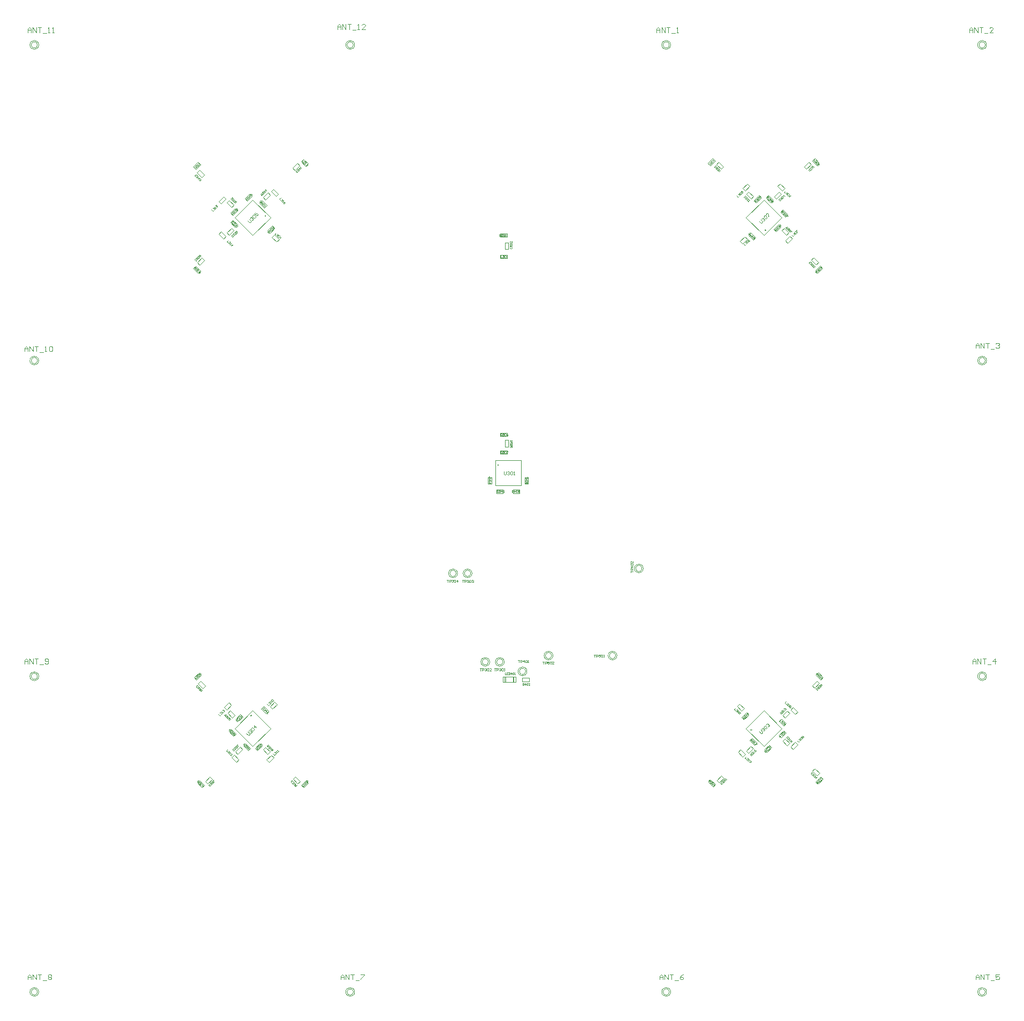
<source format=gbr>
G04*
G04 #@! TF.GenerationSoftware,Altium Limited,Altium Designer,25.0.2 (28)*
G04*
G04 Layer_Color=32768*
%FSLAX24Y24*%
%MOIN*%
G70*
G04*
G04 #@! TF.SameCoordinates,4B7BC283-7035-4C9F-97D5-5998C8FB6373*
G04*
G04*
G04 #@! TF.FilePolarity,Positive*
G04*
G01*
G75*
%ADD11C,0.0039*%
%ADD100C,0.0020*%
%ADD110C,0.0030*%
%ADD111C,0.0020*%
%ADD112C,0.0030*%
D11*
X36193Y33094D02*
G03*
X36193Y33094I-276J0D01*
G01*
X36114D02*
G03*
X36114Y33094I-197J0D01*
G01*
X24260Y55379D02*
G03*
X24260Y55379I-39J0D01*
G01*
X38764Y39853D02*
G03*
X38764Y39853I-39J0D01*
G01*
X55418Y54488D02*
G03*
X55418Y54488I-39J0D01*
G01*
X54527Y23330D02*
G03*
X54527Y23330I-39J0D01*
G01*
X23369Y24221D02*
G03*
X23369Y24221I-39J0D01*
G01*
X49472Y66047D02*
G03*
X49472Y66047I-276J0D01*
G01*
X49394D02*
G03*
X49394Y66047I-197J0D01*
G01*
X69157D02*
G03*
X69157Y66047I-276J0D01*
G01*
X69079D02*
G03*
X69079Y66047I-197J0D01*
G01*
X69157Y46362D02*
G03*
X69157Y46362I-276J0D01*
G01*
X69079D02*
G03*
X69079Y46362I-197J0D01*
G01*
X69157Y26677D02*
G03*
X69157Y26677I-276J0D01*
G01*
X69079D02*
G03*
X69079Y26677I-197J0D01*
G01*
X69157Y6992D02*
G03*
X69157Y6992I-276J0D01*
G01*
X69079D02*
G03*
X69079Y6992I-197J0D01*
G01*
X49472Y6992D02*
G03*
X49472Y6992I-276J0D01*
G01*
X49394D02*
G03*
X49394Y6992I-197J0D01*
G01*
X29787Y6992D02*
G03*
X29787Y6992I-276J0D01*
G01*
X29709D02*
G03*
X29709Y6992I-197J0D01*
G01*
X10102D02*
G03*
X10102Y6992I-276J0D01*
G01*
X10024D02*
G03*
X10024Y6992I-197J0D01*
G01*
X10102Y26677D02*
G03*
X10102Y26677I-276J0D01*
G01*
X10024D02*
G03*
X10024Y26677I-197J0D01*
G01*
X10102Y46362D02*
G03*
X10102Y46362I-276J0D01*
G01*
X10024D02*
G03*
X10024Y46362I-197J0D01*
G01*
X10102Y66047D02*
G03*
X10102Y66047I-276J0D01*
G01*
X10024D02*
G03*
X10024Y66047I-197J0D01*
G01*
X29787Y66047D02*
G03*
X29787Y66047I-276J0D01*
G01*
X29709D02*
G03*
X29709Y66047I-197J0D01*
G01*
X39106Y27574D02*
G03*
X39106Y27574I-276J0D01*
G01*
X39028D02*
G03*
X39028Y27574I-197J0D01*
G01*
X38122D02*
G03*
X38122Y27574I-197J0D01*
G01*
X38201D02*
G03*
X38201Y27574I-276J0D01*
G01*
X37098Y33094D02*
G03*
X37098Y33094I-276J0D01*
G01*
X37020D02*
G03*
X37020Y33094I-197J0D01*
G01*
X40524Y26983D02*
G03*
X40524Y26983I-276J0D01*
G01*
X40445D02*
G03*
X40445Y26983I-197J0D01*
G01*
X47689Y33401D02*
G03*
X47689Y33401I-197J0D01*
G01*
X47768D02*
G03*
X47768Y33401I-276J0D01*
G01*
X46130Y27968D02*
G03*
X46130Y27968I-276J0D01*
G01*
X46051D02*
G03*
X46051Y27968I-197J0D01*
G01*
X42138Y27968D02*
G03*
X42138Y27968I-276J0D01*
G01*
X42059D02*
G03*
X42059Y27968I-197J0D01*
G01*
X38860Y40536D02*
Y40753D01*
X39274Y40536D02*
Y40753D01*
X38860D02*
X39274D01*
X38860Y40536D02*
X39274D01*
X38860Y41639D02*
Y41855D01*
X39274Y41639D02*
Y41855D01*
X38860D02*
X39274D01*
X38860Y41639D02*
X39274D01*
X24648Y54765D02*
X24801Y54612D01*
X24356Y54473D02*
X24509Y54320D01*
X24801Y54612D01*
X24356Y54473D02*
X24648Y54765D01*
X38093Y38666D02*
X38309D01*
X38093Y39080D02*
X38309D01*
X38093Y38666D02*
Y39080D01*
X38309Y38666D02*
Y39080D01*
X23962Y24651D02*
X24115Y24804D01*
X24255Y24359D02*
X24408Y24512D01*
X24115Y24804D02*
X24408Y24512D01*
X23962Y24651D02*
X24255Y24359D01*
X38624Y38096D02*
Y38312D01*
X39037Y38096D02*
Y38312D01*
X38624D02*
X39037D01*
X38624Y38096D02*
X39037D01*
X53884Y24118D02*
X54037Y23965D01*
X54176Y24411D02*
X54329Y24258D01*
X53884Y24118D02*
X54176Y24411D01*
X54037Y23965D02*
X54329Y24258D01*
X40061Y38096D02*
Y38312D01*
X39648Y38096D02*
Y38312D01*
Y38096D02*
X40061D01*
X39648Y38312D02*
X40061D01*
X54609Y53887D02*
X54762Y54040D01*
X54317Y54179D02*
X54470Y54332D01*
X54317Y54179D02*
X54609Y53887D01*
X54470Y54332D02*
X54762Y54040D01*
X40376Y38666D02*
X40593D01*
X40376Y39080D02*
X40593D01*
X40376Y38666D02*
Y39080D01*
X40593Y38666D02*
Y39080D01*
X22943Y56471D02*
X23096Y56318D01*
X23235Y56763D02*
X23388Y56610D01*
X22943Y56471D02*
X23235Y56763D01*
X23096Y56318D02*
X23388Y56610D01*
X22237Y22943D02*
X22391Y23096D01*
X21945Y23235D02*
X22098Y23388D01*
X21945Y23235D02*
X22237Y22943D01*
X22098Y23388D02*
X22391Y23096D01*
X55613Y22391D02*
X55766Y22237D01*
X55320Y22098D02*
X55474Y21945D01*
X55766Y22237D01*
X55320Y22098D02*
X55613Y22391D01*
X56318Y55613D02*
X56471Y55766D01*
X56610Y55320D02*
X56763Y55474D01*
X56471Y55766D02*
X56763Y55474D01*
X56318Y55613D02*
X56610Y55320D01*
X24157Y55889D02*
X24310Y56042D01*
X23865Y56181D02*
X24018Y56334D01*
X23865Y56181D02*
X24157Y55889D01*
X24018Y56334D02*
X24310Y56042D01*
X22043Y55567D02*
X22196Y55413D01*
X22335Y55859D02*
X22489Y55706D01*
X22043Y55567D02*
X22335Y55859D01*
X22196Y55413D02*
X22489Y55706D01*
X22040Y54976D02*
X22193Y55129D01*
X22333Y54683D02*
X22486Y54836D01*
X22193Y55129D02*
X22486Y54836D01*
X22040Y54976D02*
X22333Y54683D01*
X22667Y24310D02*
X22820Y24157D01*
X22374Y24018D02*
X22528Y23865D01*
X22820Y24157D01*
X22374Y24018D02*
X22667Y24310D01*
X23142Y22043D02*
X23295Y22196D01*
X22850Y22335D02*
X23003Y22489D01*
X22850Y22335D02*
X23142Y22043D01*
X23003Y22489D02*
X23295Y22196D01*
X23580Y22193D02*
X23733Y22040D01*
X23872Y22486D02*
X24025Y22333D01*
X23580Y22193D02*
X23872Y22486D01*
X23733Y22040D02*
X24025Y22333D01*
X54398Y22667D02*
X54551Y22820D01*
X54691Y22374D02*
X54844Y22528D01*
X54551Y22820D02*
X54844Y22528D01*
X54398Y22667D02*
X54691Y22374D01*
X56512Y23295D02*
X56666Y23142D01*
X56220Y23003D02*
X56373Y22850D01*
X56666Y23142D01*
X56220Y23003D02*
X56512Y23295D01*
X56515Y23580D02*
X56668Y23733D01*
X56223Y23872D02*
X56376Y24025D01*
X56223Y23872D02*
X56515Y23580D01*
X56376Y24025D02*
X56668Y23733D01*
X55889Y54551D02*
X56042Y54398D01*
X56181Y54844D02*
X56334Y54691D01*
X55889Y54551D02*
X56181Y54844D01*
X56042Y54398D02*
X56334Y54691D01*
X55413Y56512D02*
X55567Y56666D01*
X55706Y56220D02*
X55859Y56373D01*
X55567Y56666D02*
X55859Y56373D01*
X55413Y56512D02*
X55706Y56220D01*
X54976Y56668D02*
X55129Y56515D01*
X54683Y56376D02*
X54836Y56223D01*
X55129Y56515D01*
X54683Y56376D02*
X54976Y56668D01*
X38860Y52741D02*
Y52958D01*
X39274Y52741D02*
Y52958D01*
X38860D02*
X39274D01*
X38860Y52741D02*
X39274D01*
X38860Y54296D02*
X39274D01*
X38860Y54080D02*
X39274D01*
X38860D02*
Y54296D01*
X39274Y54080D02*
Y54296D01*
X26444Y58774D02*
X26736Y58482D01*
X26597Y58927D02*
X26889Y58635D01*
X26736Y58482D02*
X26889Y58635D01*
X26444Y58774D02*
X26597Y58927D01*
X19893Y58288D02*
X20185Y58580D01*
X19739Y58441D02*
X20032Y58733D01*
X20185Y58580D01*
X19739Y58441D02*
X19893Y58288D01*
X19737Y52101D02*
X20029Y51809D01*
X19890Y52254D02*
X20182Y51962D01*
X20029Y51809D02*
X20182Y51962D01*
X19737Y52101D02*
X19890Y52254D01*
X19935Y26444D02*
X20227Y26736D01*
X19781Y26597D02*
X20074Y26889D01*
X20227Y26736D01*
X19781Y26597D02*
X19935Y26444D01*
X20129Y20185D02*
X20421Y19893D01*
X19975Y20032D02*
X20268Y19739D01*
X19975Y20032D02*
X20129Y20185D01*
X20268Y19739D02*
X20421Y19893D01*
X26607Y19737D02*
X26900Y20029D01*
X26454Y19890D02*
X26747Y20182D01*
X26900Y20029D01*
X26454Y19890D02*
X26607Y19737D01*
X51972Y20227D02*
X52265Y19935D01*
X51819Y20074D02*
X52111Y19781D01*
X51819Y20074D02*
X51972Y20227D01*
X52111Y19781D02*
X52265Y19935D01*
X58524Y20129D02*
X58816Y20421D01*
X58677Y19975D02*
X58969Y20268D01*
X58524Y20129D02*
X58677Y19975D01*
X58816Y20421D02*
X58969Y20268D01*
X58680Y26900D02*
X58972Y26607D01*
X58527Y26747D02*
X58819Y26454D01*
X58527Y26747D02*
X58680Y26900D01*
X58819Y26454D02*
X58972Y26607D01*
X58482Y51972D02*
X58774Y52265D01*
X58635Y51819D02*
X58927Y52111D01*
X58482Y51972D02*
X58635Y51819D01*
X58774Y52265D02*
X58927Y52111D01*
X58288Y58816D02*
X58580Y58524D01*
X58441Y58969D02*
X58733Y58677D01*
X58580Y58524D02*
X58733Y58677D01*
X58288Y58816D02*
X58441Y58969D01*
X51802Y58673D02*
X52094Y58965D01*
X51955Y58520D02*
X52247Y58812D01*
X51802Y58673D02*
X51955Y58520D01*
X52094Y58965D02*
X52247Y58812D01*
X53960Y57100D02*
X54252Y57392D01*
X54113Y56947D02*
X54405Y57239D01*
X53960Y57100D02*
X54113Y56947D01*
X54252Y57392D02*
X54405Y57239D01*
X57786Y58452D02*
X57939Y58299D01*
X58078Y58744D02*
X58231Y58591D01*
X57786Y58452D02*
X58078Y58744D01*
X57939Y58299D02*
X58231Y58591D01*
X56137Y57236D02*
X56430Y56944D01*
X56290Y57389D02*
X56583Y57097D01*
X56430Y56944D02*
X56583Y57097D01*
X56137Y57236D02*
X56290Y57389D01*
X56763Y53677D02*
X57055Y53970D01*
X56610Y53831D02*
X56902Y54123D01*
X57055Y53970D01*
X56610Y53831D02*
X56763Y53677D01*
X58229Y52636D02*
X58382Y52789D01*
X58521Y52343D02*
X58674Y52496D01*
X58382Y52789D02*
X58674Y52496D01*
X58229Y52636D02*
X58521Y52343D01*
X58289Y26093D02*
X58442Y25940D01*
X58581Y26385D02*
X58735Y26232D01*
X58289Y26093D02*
X58581Y26385D01*
X58442Y25940D02*
X58735Y26232D01*
X57100Y24749D02*
X57392Y24457D01*
X56947Y24596D02*
X57239Y24304D01*
X56947Y24596D02*
X57100Y24749D01*
X57239Y24304D02*
X57392Y24457D01*
X56944Y22279D02*
X57236Y22571D01*
X57097Y22126D02*
X57389Y22418D01*
X56944Y22279D02*
X57097Y22126D01*
X57236Y22571D02*
X57389Y22418D01*
X58299Y20770D02*
X58452Y20923D01*
X58591Y20478D02*
X58744Y20631D01*
X58452Y20923D02*
X58744Y20631D01*
X58299Y20770D02*
X58591Y20478D01*
X53677Y21946D02*
X53970Y21654D01*
X53831Y22099D02*
X54123Y21807D01*
X53970Y21654D02*
X54123Y21807D01*
X53677Y21946D02*
X53831Y22099D01*
X52636Y20480D02*
X52789Y20327D01*
X52343Y20187D02*
X52496Y20034D01*
X52789Y20327D01*
X52343Y20187D02*
X52636Y20480D01*
X24457Y21316D02*
X24749Y21609D01*
X24304Y21470D02*
X24596Y21762D01*
X24749Y21609D01*
X24304Y21470D02*
X24457Y21316D01*
X25940Y20266D02*
X26093Y20419D01*
X26232Y19974D02*
X26385Y20127D01*
X26093Y20419D02*
X26385Y20127D01*
X25940Y20266D02*
X26232Y19974D01*
X20770Y20410D02*
X20923Y20257D01*
X20478Y20117D02*
X20631Y19964D01*
X20923Y20257D01*
X20478Y20117D02*
X20770Y20410D01*
X22279Y21765D02*
X22571Y21472D01*
X22126Y21612D02*
X22418Y21319D01*
X22126Y21612D02*
X22279Y21765D01*
X22418Y21319D02*
X22571Y21472D01*
X21654Y24739D02*
X21946Y25031D01*
X21807Y24586D02*
X22099Y24878D01*
X21654Y24739D02*
X21807Y24586D01*
X21946Y25031D02*
X22099Y24878D01*
X20327Y25920D02*
X20480Y26073D01*
X20034Y26212D02*
X20187Y26365D01*
X20034Y26212D02*
X20327Y25920D01*
X20187Y26365D02*
X20480Y26073D01*
X20266Y52769D02*
X20419Y52616D01*
X19974Y52476D02*
X20127Y52323D01*
X20419Y52616D01*
X19974Y52476D02*
X20266Y52769D01*
X21316Y54252D02*
X21609Y53960D01*
X21470Y54405D02*
X21762Y54113D01*
X21609Y53960D02*
X21762Y54113D01*
X21316Y54252D02*
X21470Y54405D01*
X20257Y57786D02*
X20410Y57939D01*
X19964Y58078D02*
X20117Y58231D01*
X19964Y58078D02*
X20257Y57786D01*
X20117Y58231D02*
X20410Y57939D01*
X21472Y56137D02*
X21765Y56430D01*
X21319Y56290D02*
X21612Y56583D01*
X21765Y56430D01*
X21319Y56290D02*
X21472Y56137D01*
X24739Y57055D02*
X25031Y56763D01*
X24586Y56902D02*
X24878Y56610D01*
X24586Y56902D02*
X24739Y57055D01*
X24878Y56610D02*
X25031Y56763D01*
X25920Y58382D02*
X26073Y58229D01*
X26212Y58674D02*
X26365Y58521D01*
X25920Y58382D02*
X26212Y58674D01*
X26073Y58229D02*
X26365Y58521D01*
X52609Y58299D02*
X52762Y58452D01*
X52317Y58591D02*
X52470Y58744D01*
X52317Y58591D02*
X52609Y58299D01*
X52470Y58744D02*
X52762Y58452D01*
X39020Y26302D02*
X39808D01*
Y26647D01*
X39020D02*
X39808D01*
X39020Y26302D02*
Y26647D01*
X39138Y26302D02*
Y26647D01*
X39178Y26302D02*
Y26647D01*
X39689Y26302D02*
Y26647D01*
X39650Y26302D02*
Y26647D01*
X54475Y56446D02*
X54628Y56599D01*
X54182Y56738D02*
X54335Y56891D01*
X54182Y56738D02*
X54475Y56446D01*
X54335Y56891D02*
X54628Y56599D01*
X55915Y56596D02*
X56068Y56443D01*
X56207Y56888D02*
X56360Y56735D01*
X55915Y56596D02*
X56207Y56888D01*
X56068Y56443D02*
X56360Y56735D01*
X56387Y54471D02*
X56540Y54624D01*
X56679Y54179D02*
X56832Y54332D01*
X56540Y54624D02*
X56832Y54332D01*
X56387Y54471D02*
X56679Y54179D01*
X54471Y22322D02*
X54624Y22169D01*
X54179Y22029D02*
X54332Y21876D01*
X54624Y22169D01*
X54179Y22029D02*
X54471Y22322D01*
X56443Y22641D02*
X56596Y22794D01*
X56735Y22349D02*
X56888Y22502D01*
X56596Y22794D02*
X56888Y22502D01*
X56443Y22641D02*
X56735Y22349D01*
X56446Y24234D02*
X56599Y24081D01*
X56738Y24526D02*
X56891Y24373D01*
X56446Y24234D02*
X56738Y24526D01*
X56599Y24081D02*
X56891Y24373D01*
X22029Y24530D02*
X22322Y24238D01*
X21876Y24377D02*
X22169Y24085D01*
X21876Y24377D02*
X22029Y24530D01*
X22169Y24085D02*
X22322Y24238D01*
X22349Y21973D02*
X22641Y22266D01*
X22502Y21820D02*
X22794Y22113D01*
X22349Y21973D02*
X22502Y21820D01*
X22641Y22266D02*
X22794Y22113D01*
X24081Y22110D02*
X24373Y21818D01*
X24234Y22263D02*
X24526Y21971D01*
X24373Y21818D02*
X24526Y21971D01*
X24081Y22110D02*
X24234Y22263D01*
X24085Y56540D02*
X24238Y56387D01*
X24377Y56832D02*
X24530Y56679D01*
X24085Y56540D02*
X24377Y56832D01*
X24238Y56387D02*
X24530Y56679D01*
X22113Y55915D02*
X22266Y56068D01*
X21820Y56207D02*
X21973Y56360D01*
X21820Y56207D02*
X22113Y55915D01*
X21973Y56360D02*
X22266Y56068D01*
X22110Y54628D02*
X22263Y54475D01*
X21818Y54335D02*
X21971Y54182D01*
X22263Y54475D01*
X21818Y54335D02*
X22110Y54628D01*
X40231Y26357D02*
X40644D01*
X40231Y26574D02*
X40644D01*
Y26357D02*
Y26574D01*
X40231Y26357D02*
Y26574D01*
X53958Y53650D02*
X54250Y53943D01*
X53805Y53804D02*
X54097Y54096D01*
X54250Y53943D01*
X53805Y53804D02*
X53958Y53650D01*
X53608Y24809D02*
X53900Y24517D01*
X53761Y24962D02*
X54053Y24670D01*
X53900Y24517D02*
X54053Y24670D01*
X53608Y24809D02*
X53761Y24962D01*
X24806Y25080D02*
X24959Y24927D01*
X24514Y24788D02*
X24667Y24635D01*
X24959Y24927D01*
X24514Y24788D02*
X24806Y25080D01*
X24924Y53769D02*
X25077Y53922D01*
X24632Y54061D02*
X24785Y54214D01*
X24632Y54061D02*
X24924Y53769D01*
X24785Y54214D02*
X25077Y53922D01*
X39372Y53312D02*
Y53725D01*
X39156Y53312D02*
Y53725D01*
X39372D01*
X39156Y53312D02*
X39372D01*
X39156Y40989D02*
Y41403D01*
X39372Y40989D02*
Y41403D01*
X39156Y40989D02*
X39372D01*
X39156Y41403D02*
X39372D01*
X23122Y55095D02*
X23238Y54979D01*
X23284D01*
X23331Y55026D01*
Y55072D01*
X23215Y55188D01*
X23284Y55211D02*
X23284Y55258D01*
X23331Y55304D01*
X23377D01*
X23400Y55281D01*
Y55234D01*
X23377Y55211D01*
X23400Y55234D01*
X23447D01*
X23470Y55211D01*
Y55165D01*
X23423Y55119D01*
X23377D01*
X23423Y55350D02*
Y55397D01*
X23470Y55443D01*
X23516D01*
X23609Y55350D01*
Y55304D01*
X23563Y55258D01*
X23516D01*
X23423Y55350D01*
X23632Y55606D02*
X23539Y55513D01*
X23609Y55443D01*
X23632Y55513D01*
X23655Y55536D01*
X23702D01*
X23748Y55490D01*
Y55443D01*
X23702Y55397D01*
X23655D01*
X39090Y39458D02*
Y39294D01*
X39123Y39261D01*
X39188D01*
X39221Y39294D01*
Y39458D01*
X39287Y39425D02*
X39320Y39458D01*
X39385D01*
X39418Y39425D01*
Y39392D01*
X39385Y39360D01*
X39352D01*
X39385D01*
X39418Y39327D01*
Y39294D01*
X39385Y39261D01*
X39320D01*
X39287Y39294D01*
X39484Y39425D02*
X39516Y39458D01*
X39582D01*
X39615Y39425D01*
Y39294D01*
X39582Y39261D01*
X39516D01*
X39484Y39294D01*
Y39425D01*
X39680Y39261D02*
X39746D01*
X39713D01*
Y39458D01*
X39680Y39425D01*
X54985Y55053D02*
X55101Y54937D01*
X55147D01*
X55193Y54983D01*
Y55030D01*
X55077Y55146D01*
X55147Y55169D02*
X55147Y55215D01*
X55193Y55262D01*
X55240D01*
X55263Y55239D01*
Y55192D01*
X55240Y55169D01*
X55263Y55192D01*
X55309D01*
X55332Y55169D01*
Y55123D01*
X55286Y55076D01*
X55240D01*
X55286Y55308D02*
Y55355D01*
X55332Y55401D01*
X55379D01*
X55472Y55308D01*
Y55262D01*
X55425Y55215D01*
X55379D01*
X55286Y55308D01*
X55634Y55424D02*
X55541Y55331D01*
Y55517D01*
X55518Y55540D01*
X55472Y55540D01*
X55425Y55494D01*
X55425Y55447D01*
X54986Y23241D02*
X55102Y23125D01*
X55148D01*
X55195Y23172D01*
Y23218D01*
X55079Y23334D01*
X55148Y23357D02*
X55148Y23404D01*
X55195Y23450D01*
X55241D01*
X55264Y23427D01*
Y23381D01*
X55241Y23357D01*
X55264Y23381D01*
X55311D01*
X55334Y23357D01*
Y23311D01*
X55288Y23265D01*
X55241D01*
X55288Y23496D02*
Y23543D01*
X55334Y23589D01*
X55380D01*
X55473Y23496D01*
Y23450D01*
X55427Y23404D01*
X55380D01*
X55288Y23496D01*
X55427Y23636D02*
X55427Y23682D01*
X55473Y23728D01*
X55519Y23728D01*
X55543Y23705D01*
Y23659D01*
X55519Y23636D01*
X55543Y23659D01*
X55589D01*
X55612Y23636D01*
Y23589D01*
X55566Y23543D01*
X55519D01*
X23031Y23122D02*
X23147Y23006D01*
X23193D01*
X23240Y23053D01*
Y23099D01*
X23124Y23215D01*
X23193Y23238D02*
X23193Y23284D01*
X23240Y23331D01*
X23286D01*
X23309Y23308D01*
Y23261D01*
X23286Y23238D01*
X23309Y23261D01*
X23356D01*
X23379Y23238D01*
Y23192D01*
X23332Y23145D01*
X23286D01*
X23332Y23377D02*
Y23424D01*
X23379Y23470D01*
X23425D01*
X23518Y23377D01*
Y23331D01*
X23472Y23284D01*
X23425D01*
X23332Y23377D01*
X23657Y23470D02*
X23518Y23609D01*
Y23470D01*
X23611Y23563D01*
D100*
X23428Y56395D02*
X24541Y55281D01*
X22314D02*
X23428Y54168D01*
X24541Y55281D01*
X22314D02*
X23428Y56395D01*
X38567Y38574D02*
Y40149D01*
X40142Y38574D02*
Y40149D01*
X38567D02*
X40142D01*
X38567Y38574D02*
X40142D01*
X55281Y54168D02*
X56395Y55281D01*
X54168D02*
X55281Y56395D01*
X54168Y55281D02*
X55281Y54168D01*
Y56395D02*
X56395Y55281D01*
X54168Y23428D02*
X55281Y22314D01*
Y24541D02*
X56395Y23428D01*
X54168D02*
X55281Y24541D01*
Y22314D02*
X56395Y23428D01*
X22314Y23428D02*
X23428Y22314D01*
Y24541D02*
X24541Y23428D01*
X23428Y22314D02*
X24541Y23428D01*
X22314D02*
X23428Y24541D01*
D110*
X35524Y32692D02*
X35624D01*
X35574D01*
Y32542D01*
X35674D02*
Y32692D01*
X35749D01*
X35774Y32667D01*
Y32617D01*
X35749Y32592D01*
X35674D01*
X35824Y32667D02*
X35849Y32692D01*
X35898D01*
X35923Y32667D01*
Y32642D01*
X35898Y32617D01*
X35874D01*
X35898D01*
X35923Y32592D01*
Y32567D01*
X35898Y32542D01*
X35849D01*
X35824Y32567D01*
X35973Y32667D02*
X35998Y32692D01*
X36048D01*
X36073Y32667D01*
Y32567D01*
X36048Y32542D01*
X35998D01*
X35973Y32567D01*
Y32667D01*
X36198Y32542D02*
Y32692D01*
X36123Y32617D01*
X36223D01*
X38489Y27166D02*
X38589D01*
X38539D01*
Y27016D01*
X38639D02*
Y27166D01*
X38714D01*
X38739Y27141D01*
Y27091D01*
X38714Y27066D01*
X38639D01*
X38789Y27141D02*
X38814Y27166D01*
X38864D01*
X38889Y27141D01*
Y27116D01*
X38864Y27091D01*
X38839D01*
X38864D01*
X38889Y27066D01*
Y27041D01*
X38864Y27016D01*
X38814D01*
X38789Y27041D01*
X38939Y27141D02*
X38964Y27166D01*
X39014D01*
X39039Y27141D01*
Y27041D01*
X39014Y27016D01*
X38964D01*
X38939Y27041D01*
Y27141D01*
X39089Y27016D02*
X39139D01*
X39114D01*
Y27166D01*
X39089Y27141D01*
X37584Y27166D02*
X37684D01*
X37634D01*
Y27016D01*
X37734D02*
Y27166D01*
X37809D01*
X37834Y27141D01*
Y27091D01*
X37809Y27066D01*
X37734D01*
X37884Y27141D02*
X37909Y27166D01*
X37959D01*
X37984Y27141D01*
Y27116D01*
X37959Y27091D01*
X37934D01*
X37959D01*
X37984Y27066D01*
Y27041D01*
X37959Y27016D01*
X37909D01*
X37884Y27041D01*
X38034Y27141D02*
X38059Y27166D01*
X38109D01*
X38134Y27141D01*
Y27041D01*
X38109Y27016D01*
X38059D01*
X38034Y27041D01*
Y27141D01*
X38284Y27016D02*
X38184D01*
X38284Y27116D01*
Y27141D01*
X38259Y27166D01*
X38209D01*
X38184Y27141D01*
X36482Y32685D02*
X36582D01*
X36532D01*
Y32535D01*
X36632D02*
Y32685D01*
X36707D01*
X36731Y32660D01*
Y32610D01*
X36707Y32585D01*
X36632D01*
X36781Y32660D02*
X36806Y32685D01*
X36856D01*
X36881Y32660D01*
Y32635D01*
X36856Y32610D01*
X36831D01*
X36856D01*
X36881Y32585D01*
Y32560D01*
X36856Y32535D01*
X36806D01*
X36781Y32560D01*
X36931Y32660D02*
X36956Y32685D01*
X37006D01*
X37031Y32660D01*
Y32560D01*
X37006Y32535D01*
X36956D01*
X36931Y32560D01*
Y32660D01*
X37081D02*
X37106Y32685D01*
X37156D01*
X37181Y32660D01*
Y32635D01*
X37156Y32610D01*
X37131D01*
X37156D01*
X37181Y32585D01*
Y32560D01*
X37156Y32535D01*
X37106D01*
X37081Y32560D01*
X39972Y27684D02*
X40072D01*
X40022D01*
Y27535D01*
X40122D02*
Y27684D01*
X40197D01*
X40222Y27659D01*
Y27610D01*
X40197Y27585D01*
X40122D01*
X40347Y27535D02*
Y27684D01*
X40272Y27610D01*
X40372D01*
X40422Y27659D02*
X40447Y27684D01*
X40497D01*
X40522Y27659D01*
Y27560D01*
X40497Y27535D01*
X40447D01*
X40422Y27560D01*
Y27659D01*
X40572Y27535D02*
X40622D01*
X40597D01*
Y27684D01*
X40572Y27659D01*
X46981Y33151D02*
Y33251D01*
Y33201D01*
X47131D01*
Y33301D02*
X46981D01*
Y33376D01*
X47006Y33401D01*
X47056D01*
X47081Y33376D01*
Y33301D01*
X47131Y33526D02*
X46981D01*
X47056Y33451D01*
Y33551D01*
X47006Y33601D02*
X46981Y33626D01*
Y33676D01*
X47006Y33701D01*
X47106D01*
X47131Y33676D01*
Y33626D01*
X47106Y33601D01*
X47006D01*
X47131Y33851D02*
Y33751D01*
X47031Y33851D01*
X47006D01*
X46981Y33826D01*
Y33776D01*
X47006Y33751D01*
X44683Y28024D02*
X44783D01*
X44733D01*
Y27874D01*
X44833D02*
Y28024D01*
X44908D01*
X44933Y27999D01*
Y27949D01*
X44908Y27924D01*
X44833D01*
X45083Y28024D02*
X44983D01*
Y27949D01*
X45033Y27974D01*
X45058D01*
X45083Y27949D01*
Y27899D01*
X45058Y27874D01*
X45008D01*
X44983Y27899D01*
X45133Y27999D02*
X45158Y28024D01*
X45208D01*
X45233Y27999D01*
Y27899D01*
X45208Y27874D01*
X45158D01*
X45133Y27899D01*
Y27999D01*
X45283Y27874D02*
X45333D01*
X45308D01*
Y28024D01*
X45283Y27999D01*
X41500Y27591D02*
X41600D01*
X41550D01*
Y27441D01*
X41650D02*
Y27591D01*
X41725D01*
X41750Y27566D01*
Y27516D01*
X41725Y27491D01*
X41650D01*
X41900Y27591D02*
X41800D01*
Y27516D01*
X41850Y27541D01*
X41875D01*
X41900Y27516D01*
Y27466D01*
X41875Y27441D01*
X41825D01*
X41800Y27466D01*
X41950Y27566D02*
X41975Y27591D01*
X42025D01*
X42050Y27566D01*
Y27466D01*
X42025Y27441D01*
X41975D01*
X41950Y27466D01*
Y27566D01*
X42200Y27441D02*
X42100D01*
X42200Y27541D01*
Y27566D01*
X42175Y27591D01*
X42125D01*
X42100Y27566D01*
D111*
X38897Y40585D02*
Y40705D01*
X38957D01*
X38977Y40685D01*
Y40645D01*
X38957Y40625D01*
X38897D01*
X38937D02*
X38977Y40585D01*
X39097Y40705D02*
X39017D01*
Y40645D01*
X39057Y40665D01*
X39077D01*
X39097Y40645D01*
Y40605D01*
X39077Y40585D01*
X39037D01*
X39017Y40605D01*
X39137Y40685D02*
X39157Y40705D01*
X39197D01*
X39217Y40685D01*
Y40605D01*
X39197Y40585D01*
X39157D01*
X39137Y40605D01*
Y40685D01*
X39257Y40705D02*
X39337D01*
Y40685D01*
X39257Y40605D01*
Y40585D01*
X38897Y41687D02*
Y41807D01*
X38957D01*
X38977Y41787D01*
Y41747D01*
X38957Y41727D01*
X38897D01*
X38937D02*
X38977Y41687D01*
X39097Y41807D02*
X39017D01*
Y41747D01*
X39057Y41767D01*
X39077D01*
X39097Y41747D01*
Y41707D01*
X39077Y41687D01*
X39037D01*
X39017Y41707D01*
X39137Y41787D02*
X39157Y41807D01*
X39197D01*
X39217Y41787D01*
Y41707D01*
X39197Y41687D01*
X39157D01*
X39137Y41707D01*
Y41787D01*
X39337Y41807D02*
X39297Y41787D01*
X39257Y41747D01*
Y41707D01*
X39277Y41687D01*
X39317D01*
X39337Y41707D01*
Y41727D01*
X39317Y41747D01*
X39257D01*
X24657Y54705D02*
X24741Y54620D01*
X24699Y54578D01*
X24671D01*
X24642Y54606D01*
X24642Y54634D01*
X24685Y54677D01*
X24657Y54648D02*
X24600D01*
X24642Y54550D02*
X24642Y54521D01*
X24614Y54493D01*
X24586D01*
X24572Y54507D01*
Y54535D01*
X24586Y54550D01*
X24572Y54535D01*
X24543Y54535D01*
X24529Y54550D01*
Y54578D01*
X24558Y54606D01*
X24586D01*
X24444Y54493D02*
X24529Y54408D01*
Y54493D01*
X24473Y54436D01*
Y54380D02*
Y54352D01*
X24444Y54323D01*
X24416D01*
X24402Y54337D01*
Y54366D01*
X24374Y54366D01*
X24360Y54380D01*
X24360Y54408D01*
X24388Y54436D01*
X24416D01*
X24430Y54422D01*
Y54394D01*
X24459Y54394D01*
X24473Y54380D01*
X24430Y54394D02*
X24402Y54366D01*
X38261Y38703D02*
X38141D01*
Y38763D01*
X38161Y38783D01*
X38201D01*
X38221Y38763D01*
Y38703D01*
Y38743D02*
X38261Y38783D01*
X38161Y38823D02*
X38141Y38843D01*
Y38883D01*
X38161Y38903D01*
X38181D01*
X38201Y38883D01*
Y38863D01*
Y38883D01*
X38221Y38903D01*
X38241D01*
X38261Y38883D01*
Y38843D01*
X38241Y38823D01*
X38261Y39003D02*
X38141D01*
X38201Y38943D01*
Y39023D01*
X38141Y39063D02*
Y39143D01*
X38161D01*
X38241Y39063D01*
X38261D01*
X24022Y24660D02*
X24107Y24744D01*
X24150Y24702D01*
Y24674D01*
X24121Y24645D01*
X24093Y24645D01*
X24051Y24688D01*
X24079Y24660D02*
Y24603D01*
X24178Y24645D02*
X24206Y24645D01*
X24234Y24617D01*
Y24589D01*
X24220Y24575D01*
X24192D01*
X24178Y24589D01*
X24192Y24575D01*
X24192Y24546D01*
X24178Y24532D01*
X24150D01*
X24121Y24561D01*
Y24589D01*
X24234Y24447D02*
X24319Y24532D01*
X24234D01*
X24291Y24476D01*
X24418Y24433D02*
X24376Y24447D01*
X24319D01*
X24291Y24419D01*
Y24391D01*
X24319Y24363D01*
X24348Y24363D01*
X24362Y24377D01*
X24362Y24405D01*
X24319Y24447D01*
X38661Y38144D02*
Y38264D01*
X38721D01*
X38741Y38244D01*
Y38204D01*
X38721Y38184D01*
X38661D01*
X38701D02*
X38741Y38144D01*
X38781Y38244D02*
X38801Y38264D01*
X38841D01*
X38861Y38244D01*
Y38224D01*
X38841Y38204D01*
X38821D01*
X38841D01*
X38861Y38184D01*
Y38164D01*
X38841Y38144D01*
X38801D01*
X38781Y38164D01*
X38961Y38144D02*
Y38264D01*
X38901Y38204D01*
X38981D01*
X39101Y38264D02*
X39021D01*
Y38204D01*
X39061Y38224D01*
X39081D01*
X39101Y38204D01*
Y38164D01*
X39081Y38144D01*
X39041D01*
X39021Y38164D01*
X54029Y24025D02*
X53944Y24110D01*
X53986Y24153D01*
X54014D01*
X54043Y24124D01*
X54043Y24096D01*
X54000Y24054D01*
X54029Y24082D02*
X54085D01*
X54043Y24181D02*
X54043Y24209D01*
X54071Y24237D01*
X54099D01*
X54113Y24223D01*
Y24195D01*
X54099Y24181D01*
X54113Y24195D01*
X54142Y24195D01*
X54156Y24181D01*
Y24153D01*
X54127Y24124D01*
X54099D01*
X54241Y24237D02*
X54156Y24322D01*
Y24237D01*
X54212Y24294D01*
X54325Y24322D02*
X54241Y24407D01*
Y24322D01*
X54297Y24379D01*
X40024Y38264D02*
Y38144D01*
X39964D01*
X39944Y38164D01*
Y38204D01*
X39964Y38224D01*
X40024D01*
X39984D02*
X39944Y38264D01*
X39904Y38164D02*
X39884Y38144D01*
X39844D01*
X39824Y38164D01*
Y38184D01*
X39844Y38204D01*
X39864D01*
X39844D01*
X39824Y38224D01*
Y38244D01*
X39844Y38264D01*
X39884D01*
X39904Y38244D01*
X39724Y38264D02*
Y38144D01*
X39784Y38204D01*
X39704D01*
X39664Y38164D02*
X39644Y38144D01*
X39604D01*
X39584Y38164D01*
Y38184D01*
X39604Y38204D01*
X39624D01*
X39604D01*
X39584Y38224D01*
Y38244D01*
X39604Y38264D01*
X39644D01*
X39664Y38244D01*
X54702Y54032D02*
X54617Y53947D01*
X54575Y53989D01*
Y54017D01*
X54603Y54046D01*
X54631Y54046D01*
X54674Y54003D01*
X54645Y54032D02*
Y54088D01*
X54546Y54046D02*
X54518Y54046D01*
X54490Y54074D01*
Y54102D01*
X54504Y54116D01*
X54532D01*
X54546Y54102D01*
X54532Y54116D01*
X54532Y54145D01*
X54546Y54159D01*
X54575D01*
X54603Y54131D01*
Y54102D01*
X54490Y54244D02*
X54405Y54159D01*
X54490D01*
X54433Y54215D01*
X54391Y54343D02*
X54448Y54286D01*
X54334D01*
X54320Y54272D01*
Y54244D01*
X54349Y54215D01*
X54377D01*
X40544Y38703D02*
X40424D01*
Y38763D01*
X40444Y38783D01*
X40484D01*
X40504Y38763D01*
Y38703D01*
Y38743D02*
X40544Y38783D01*
X40444Y38823D02*
X40424Y38843D01*
Y38883D01*
X40444Y38903D01*
X40464D01*
X40484Y38883D01*
Y38863D01*
Y38883D01*
X40504Y38903D01*
X40524D01*
X40544Y38883D01*
Y38843D01*
X40524Y38823D01*
X40544Y39003D02*
X40424D01*
X40484Y38943D01*
Y39023D01*
X40544Y39063D02*
Y39103D01*
Y39083D01*
X40424D01*
X40444Y39063D01*
X23088Y56378D02*
X23003Y56463D01*
X23045Y56505D01*
X23074D01*
X23102Y56477D01*
X23102Y56449D01*
X23059Y56406D01*
X23088Y56435D02*
X23144D01*
X23102Y56534D02*
X23102Y56562D01*
X23130Y56590D01*
X23158D01*
X23173Y56576D01*
Y56548D01*
X23158Y56534D01*
X23173Y56548D01*
X23201Y56548D01*
X23215Y56534D01*
Y56505D01*
X23187Y56477D01*
X23158D01*
X23300Y56590D02*
X23215Y56675D01*
Y56590D01*
X23271Y56647D01*
Y56703D02*
Y56732D01*
X23300Y56760D01*
X23328D01*
X23385Y56703D01*
X23385Y56675D01*
X23356Y56647D01*
X23328D01*
X23271Y56703D01*
X22331Y23088D02*
X22246Y23003D01*
X22203Y23045D01*
Y23074D01*
X22232Y23102D01*
X22260Y23102D01*
X22302Y23059D01*
X22274Y23088D02*
Y23144D01*
X22175Y23102D02*
X22147Y23102D01*
X22118Y23130D01*
Y23158D01*
X22133Y23173D01*
X22161D01*
X22175Y23158D01*
X22161Y23173D01*
X22161Y23201D01*
X22175Y23215D01*
X22203D01*
X22232Y23187D01*
Y23158D01*
X22090Y23187D02*
X22062Y23187D01*
X22034Y23215D01*
Y23243D01*
X22048Y23257D01*
X22076D01*
X22090Y23243D01*
X22076Y23257D01*
Y23286D01*
X22090Y23300D01*
X22118D01*
X22147Y23271D01*
Y23243D01*
X22062Y23328D02*
Y23356D01*
X22034Y23385D01*
X22005Y23385D01*
X21949Y23328D01*
Y23300D01*
X21977Y23271D01*
X22005D01*
X22020Y23286D01*
X22020Y23314D01*
X21977Y23356D01*
X55621Y22331D02*
X55706Y22246D01*
X55663Y22203D01*
X55635D01*
X55607Y22232D01*
X55607Y22260D01*
X55649Y22302D01*
X55621Y22274D02*
X55564D01*
X55607Y22175D02*
X55607Y22147D01*
X55579Y22118D01*
X55550D01*
X55536Y22133D01*
Y22161D01*
X55550Y22175D01*
X55536Y22161D01*
X55508Y22161D01*
X55494Y22175D01*
Y22203D01*
X55522Y22232D01*
X55550D01*
X55522Y22090D02*
X55522Y22062D01*
X55494Y22034D01*
X55465D01*
X55451Y22048D01*
Y22076D01*
X55465Y22090D01*
X55451Y22076D01*
X55423D01*
X55409Y22090D01*
Y22118D01*
X55437Y22147D01*
X55465D01*
X55437Y22005D02*
Y21977D01*
X55409Y21949D01*
X55381D01*
X55367Y21963D01*
Y21991D01*
X55338Y21991D01*
X55324Y22005D01*
X55324Y22034D01*
X55352Y22062D01*
X55381D01*
X55395Y22048D01*
Y22019D01*
X55423Y22019D01*
X55437Y22005D01*
X55395Y22019D02*
X55367Y21991D01*
X56378Y55621D02*
X56463Y55706D01*
X56505Y55663D01*
Y55635D01*
X56477Y55607D01*
X56449Y55607D01*
X56406Y55649D01*
X56435Y55621D02*
Y55564D01*
X56534Y55607D02*
X56562Y55607D01*
X56590Y55579D01*
Y55550D01*
X56576Y55536D01*
X56548D01*
X56534Y55550D01*
X56548Y55536D01*
X56548Y55508D01*
X56534Y55494D01*
X56505D01*
X56477Y55522D01*
Y55550D01*
X56618Y55522D02*
X56647Y55522D01*
X56675Y55494D01*
Y55465D01*
X56661Y55451D01*
X56633D01*
X56618Y55465D01*
X56633Y55451D01*
Y55423D01*
X56618Y55409D01*
X56590D01*
X56562Y55437D01*
Y55465D01*
X56717Y55451D02*
X56774Y55395D01*
X56760Y55381D01*
X56647D01*
X56633Y55367D01*
X24250Y56034D02*
X24165Y55949D01*
X24123Y55991D01*
Y56020D01*
X24151Y56048D01*
X24180Y56048D01*
X24222Y56005D01*
X24194Y56034D02*
Y56090D01*
X24095Y56048D02*
X24067Y56048D01*
X24038Y56076D01*
Y56104D01*
X24052Y56119D01*
X24081D01*
X24095Y56104D01*
X24081Y56119D01*
X24081Y56147D01*
X24095Y56161D01*
X24123D01*
X24151Y56133D01*
Y56104D01*
X24010Y56133D02*
X23982Y56133D01*
X23953Y56161D01*
Y56189D01*
X23968Y56203D01*
X23996D01*
X24010Y56189D01*
X23996Y56203D01*
Y56232D01*
X24010Y56246D01*
X24038D01*
X24067Y56218D01*
Y56189D01*
X23854Y56260D02*
X23911Y56203D01*
X23953Y56246D01*
X23911Y56260D01*
X23897Y56274D01*
Y56302D01*
X23925Y56331D01*
X23953Y56331D01*
X23982Y56302D01*
Y56274D01*
X22188Y55473D02*
X22103Y55558D01*
X22146Y55601D01*
X22174D01*
X22202Y55572D01*
X22202Y55544D01*
X22160Y55502D01*
X22188Y55530D02*
X22245D01*
X22202Y55629D02*
X22202Y55657D01*
X22230Y55686D01*
X22259D01*
X22273Y55671D01*
Y55643D01*
X22259Y55629D01*
X22273Y55643D01*
X22301Y55643D01*
X22315Y55629D01*
Y55601D01*
X22287Y55572D01*
X22259D01*
X22287Y55714D02*
X22287Y55742D01*
X22315Y55770D01*
X22344D01*
X22358Y55756D01*
Y55728D01*
X22344Y55714D01*
X22358Y55728D01*
X22386D01*
X22400Y55714D01*
Y55686D01*
X22372Y55657D01*
X22344D01*
X22499Y55785D02*
X22442Y55728D01*
Y55841D01*
X22428Y55855D01*
X22400D01*
X22372Y55827D01*
Y55799D01*
X22100Y54984D02*
X22185Y55069D01*
X22228Y55026D01*
Y54998D01*
X22199Y54970D01*
X22171Y54970D01*
X22129Y55012D01*
X22157Y54984D02*
Y54927D01*
X22256Y54970D02*
X22284Y54970D01*
X22312Y54941D01*
Y54913D01*
X22298Y54899D01*
X22270D01*
X22256Y54913D01*
X22270Y54899D01*
X22270Y54871D01*
X22256Y54857D01*
X22228D01*
X22199Y54885D01*
Y54913D01*
X22327Y54758D02*
X22270Y54814D01*
X22383D01*
X22397Y54828D01*
Y54857D01*
X22369Y54885D01*
X22341Y54885D01*
X22369Y54743D02*
Y54715D01*
X22397Y54687D01*
X22426Y54687D01*
X22482Y54743D01*
Y54772D01*
X22454Y54800D01*
X22426D01*
X22411Y54786D01*
X22411Y54758D01*
X22454Y54715D01*
X22675Y24250D02*
X22760Y24165D01*
X22717Y24123D01*
X22689D01*
X22661Y24151D01*
X22661Y24180D01*
X22703Y24222D01*
X22675Y24194D02*
X22618D01*
X22661Y24095D02*
X22661Y24067D01*
X22633Y24038D01*
X22604D01*
X22590Y24052D01*
Y24081D01*
X22604Y24095D01*
X22590Y24081D01*
X22562Y24081D01*
X22548Y24095D01*
Y24123D01*
X22576Y24151D01*
X22604D01*
X22449Y24024D02*
X22505Y24081D01*
Y23968D01*
X22519Y23953D01*
X22548D01*
X22576Y23982D01*
X22576Y24010D01*
X22449Y23854D02*
X22463Y23897D01*
Y23953D01*
X22435Y23982D01*
X22406D01*
X22378Y23953D01*
X22378Y23925D01*
X22392Y23911D01*
X22420Y23911D01*
X22463Y23953D01*
X23235Y22188D02*
X23150Y22103D01*
X23108Y22146D01*
Y22174D01*
X23136Y22202D01*
X23164Y22202D01*
X23207Y22160D01*
X23179Y22188D02*
Y22245D01*
X23080Y22202D02*
X23051Y22202D01*
X23023Y22230D01*
Y22259D01*
X23037Y22273D01*
X23066D01*
X23080Y22259D01*
X23066Y22273D01*
X23066Y22301D01*
X23080Y22315D01*
X23108D01*
X23136Y22287D01*
Y22259D01*
X23009Y22414D02*
X23066Y22358D01*
X22952D01*
X22938Y22344D01*
Y22315D01*
X22967Y22287D01*
X22995Y22287D01*
X22910Y22372D02*
X22882D01*
X22853Y22400D01*
Y22428D01*
X22868Y22442D01*
X22896D01*
X22910Y22428D01*
X22896Y22442D01*
X22896Y22471D01*
X22910Y22485D01*
X22938Y22485D01*
X22967Y22457D01*
Y22428D01*
X23725Y22100D02*
X23640Y22185D01*
X23682Y22228D01*
X23711D01*
X23739Y22199D01*
X23739Y22171D01*
X23697Y22129D01*
X23725Y22157D02*
X23781D01*
X23739Y22256D02*
X23739Y22284D01*
X23767Y22312D01*
X23796D01*
X23810Y22298D01*
Y22270D01*
X23796Y22256D01*
X23810Y22270D01*
X23838Y22270D01*
X23852Y22256D01*
Y22228D01*
X23824Y22199D01*
X23796D01*
X23951Y22327D02*
X23894Y22270D01*
Y22383D01*
X23880Y22397D01*
X23852D01*
X23824Y22369D01*
X23824Y22341D01*
X23909Y22426D02*
Y22454D01*
X23937Y22482D01*
X23965D01*
X24022Y22426D01*
X24022Y22397D01*
X23993Y22369D01*
X23965D01*
X23909Y22426D01*
X54458Y22675D02*
X54543Y22760D01*
X54586Y22717D01*
Y22689D01*
X54557Y22661D01*
X54529Y22661D01*
X54487Y22703D01*
X54515Y22675D02*
Y22618D01*
X54614Y22661D02*
X54642Y22661D01*
X54670Y22633D01*
Y22604D01*
X54656Y22590D01*
X54628D01*
X54614Y22604D01*
X54628Y22590D01*
X54628Y22562D01*
X54614Y22548D01*
X54586D01*
X54557Y22576D01*
Y22604D01*
X54628Y22505D02*
X54656Y22477D01*
X54642Y22491D01*
X54727Y22576D01*
X54699Y22576D01*
X54784Y22519D02*
X54840Y22463D01*
X54826Y22449D01*
X54713D01*
X54699Y22435D01*
X56521Y23235D02*
X56605Y23150D01*
X56563Y23108D01*
X56535D01*
X56507Y23136D01*
X56507Y23164D01*
X56549Y23207D01*
X56521Y23179D02*
X56464D01*
X56507Y23080D02*
X56507Y23051D01*
X56478Y23023D01*
X56450D01*
X56436Y23037D01*
Y23066D01*
X56450Y23080D01*
X56436Y23066D01*
X56408Y23066D01*
X56393Y23080D01*
Y23108D01*
X56422Y23136D01*
X56450D01*
X56351Y23066D02*
X56323Y23037D01*
X56337Y23051D01*
X56422Y22967D01*
X56422Y22995D01*
X56238Y22952D02*
X56323Y22868D01*
Y22952D01*
X56266Y22896D01*
X56608Y23725D02*
X56523Y23640D01*
X56481Y23682D01*
Y23711D01*
X56509Y23739D01*
X56538Y23739D01*
X56580Y23697D01*
X56552Y23725D02*
Y23781D01*
X56453Y23739D02*
X56425Y23739D01*
X56396Y23767D01*
Y23795D01*
X56410Y23810D01*
X56439D01*
X56453Y23795D01*
X56439Y23810D01*
X56439Y23838D01*
X56453Y23852D01*
X56481D01*
X56509Y23824D01*
Y23795D01*
X56439Y23894D02*
X56410Y23923D01*
X56425Y23909D01*
X56340Y23824D01*
X56368Y23824D01*
Y23965D02*
X56340Y23993D01*
X56354Y23979D01*
X56269Y23894D01*
X56297Y23894D01*
X56034Y54458D02*
X55949Y54543D01*
X55991Y54586D01*
X56020D01*
X56048Y54557D01*
X56048Y54529D01*
X56005Y54487D01*
X56034Y54515D02*
X56090D01*
X56048Y54614D02*
X56048Y54642D01*
X56076Y54670D01*
X56104D01*
X56119Y54656D01*
Y54628D01*
X56104Y54614D01*
X56119Y54628D01*
X56147Y54628D01*
X56161Y54614D01*
Y54586D01*
X56133Y54557D01*
X56104D01*
X56133Y54699D02*
X56133Y54727D01*
X56161Y54755D01*
X56189D01*
X56246Y54699D01*
Y54670D01*
X56218Y54642D01*
X56189D01*
X56133Y54699D01*
X56218Y54784D02*
Y54812D01*
X56246Y54840D01*
X56274D01*
X56288Y54826D01*
Y54798D01*
X56316Y54798D01*
X56331Y54784D01*
X56331Y54755D01*
X56302Y54727D01*
X56274D01*
X56260Y54741D01*
Y54769D01*
X56232Y54769D01*
X56218Y54784D01*
X56260Y54769D02*
X56288Y54798D01*
X55473Y56521D02*
X55558Y56605D01*
X55601Y56563D01*
Y56535D01*
X55572Y56507D01*
X55544Y56507D01*
X55502Y56549D01*
X55530Y56521D02*
Y56464D01*
X55629Y56507D02*
X55657Y56507D01*
X55686Y56478D01*
Y56450D01*
X55671Y56436D01*
X55643D01*
X55629Y56450D01*
X55643Y56436D01*
X55643Y56408D01*
X55629Y56393D01*
X55601D01*
X55572Y56422D01*
Y56450D01*
X55714Y56422D02*
X55742Y56422D01*
X55770Y56393D01*
Y56365D01*
X55714Y56309D01*
X55686D01*
X55657Y56337D01*
Y56365D01*
X55714Y56422D01*
X55869Y56294D02*
X55813Y56351D01*
X55770Y56309D01*
X55813Y56294D01*
X55827Y56280D01*
Y56252D01*
X55799Y56224D01*
X55770Y56224D01*
X55742Y56252D01*
Y56280D01*
X54984Y56608D02*
X55069Y56523D01*
X55026Y56481D01*
X54998D01*
X54970Y56509D01*
X54970Y56538D01*
X55012Y56580D01*
X54984Y56552D02*
X54927D01*
X54970Y56453D02*
X54970Y56425D01*
X54941Y56396D01*
X54913D01*
X54899Y56410D01*
Y56439D01*
X54913Y56453D01*
X54899Y56439D01*
X54871Y56439D01*
X54857Y56453D01*
Y56481D01*
X54885Y56509D01*
X54913D01*
X54885Y56368D02*
X54885Y56340D01*
X54857Y56311D01*
X54828D01*
X54772Y56368D01*
Y56396D01*
X54800Y56425D01*
X54828D01*
X54885Y56368D01*
X54673Y56297D02*
X54729Y56354D01*
Y56241D01*
X54743Y56227D01*
X54772D01*
X54800Y56255D01*
Y56283D01*
X38897Y52909D02*
Y52789D01*
X38977D01*
X39097Y52909D02*
X39017D01*
Y52849D01*
X39057Y52869D01*
X39077D01*
X39097Y52849D01*
Y52809D01*
X39077Y52789D01*
X39037D01*
X39017Y52809D01*
X39137Y52889D02*
X39157Y52909D01*
X39197D01*
X39217Y52889D01*
Y52809D01*
X39197Y52789D01*
X39157D01*
X39137Y52809D01*
Y52889D01*
X39257Y52789D02*
X39297D01*
X39277D01*
Y52909D01*
X39257Y52889D01*
X39237Y54128D02*
Y54208D01*
X39197Y54248D01*
X39157Y54208D01*
Y54128D01*
X39037D02*
X39117D01*
Y54188D01*
X39077Y54168D01*
X39057D01*
X39037Y54188D01*
Y54228D01*
X39057Y54248D01*
X39097D01*
X39117Y54228D01*
X38997Y54148D02*
X38977Y54128D01*
X38937D01*
X38917Y54148D01*
Y54228D01*
X38937Y54248D01*
X38977D01*
X38997Y54228D01*
Y54148D01*
X38797Y54128D02*
X38877D01*
Y54188D01*
X38837Y54168D01*
X38817D01*
X38797Y54188D01*
Y54228D01*
X38817Y54248D01*
X38857D01*
X38877Y54228D01*
X26589Y58867D02*
X26532Y58811D01*
Y58754D01*
X26589D01*
X26646Y58811D01*
X26660Y58768D02*
X26688Y58768D01*
X26716Y58740D01*
Y58712D01*
X26702Y58698D01*
X26674D01*
X26660Y58712D01*
X26674Y58698D01*
X26674Y58669D01*
X26660Y58655D01*
X26631D01*
X26603Y58683D01*
Y58712D01*
X26674Y58613D02*
X26702Y58584D01*
X26688Y58599D01*
X26773Y58683D01*
X26744Y58683D01*
X26801Y58485D02*
X26744Y58542D01*
X26858D01*
X26872Y58556D01*
Y58584D01*
X26843Y58613D01*
X26815Y58613D01*
X19800Y58433D02*
X19856Y58376D01*
X19913D01*
Y58433D01*
X19856Y58489D01*
X19898Y58503D02*
X19898Y58532D01*
X19927Y58560D01*
X19955D01*
X19969Y58546D01*
Y58518D01*
X19955Y58503D01*
X19969Y58518D01*
X19997Y58518D01*
X20012Y58503D01*
Y58475D01*
X19983Y58447D01*
X19955D01*
X20054Y58518D02*
X20082Y58546D01*
X20068Y58532D01*
X19983Y58616D01*
X19983Y58588D01*
X20125D02*
X20153Y58616D01*
X20139Y58602D01*
X20054Y58687D01*
X20054Y58659D01*
X19882Y52194D02*
X19825Y52138D01*
Y52081D01*
X19882D01*
X19938Y52138D01*
X19952Y52095D02*
X19980Y52095D01*
X20009Y52067D01*
Y52039D01*
X19995Y52025D01*
X19966D01*
X19952Y52039D01*
X19966Y52025D01*
X19966Y51996D01*
X19952Y51982D01*
X19924D01*
X19896Y52011D01*
Y52039D01*
X19966Y51940D02*
X19995Y51912D01*
X19980Y51926D01*
X20065Y52011D01*
X20037Y52011D01*
X20108Y51940D02*
X20136Y51940D01*
X20164Y51912D01*
Y51883D01*
X20108Y51827D01*
X20079D01*
X20051Y51855D01*
Y51883D01*
X20108Y51940D01*
X19842Y26589D02*
X19898Y26532D01*
X19955D01*
Y26589D01*
X19898Y26646D01*
X19940Y26660D02*
X19940Y26688D01*
X19969Y26716D01*
X19997D01*
X20011Y26702D01*
Y26674D01*
X19997Y26660D01*
X20011Y26674D01*
X20039Y26674D01*
X20054Y26660D01*
Y26631D01*
X20025Y26603D01*
X19997D01*
X20025Y26744D02*
X20025Y26773D01*
X20054Y26801D01*
X20082D01*
X20138Y26744D01*
Y26716D01*
X20110Y26688D01*
X20082D01*
X20025Y26744D01*
X20167Y26773D02*
X20195D01*
X20223Y26801D01*
X20223Y26829D01*
X20167Y26886D01*
X20138D01*
X20110Y26858D01*
Y26829D01*
X20124Y26815D01*
X20153Y26815D01*
X20195Y26858D01*
X20276Y19800D02*
X20333Y19856D01*
Y19913D01*
X20276D01*
X20219Y19856D01*
X20205Y19898D02*
X20177Y19898D01*
X20149Y19927D01*
Y19955D01*
X20163Y19969D01*
X20191D01*
X20205Y19955D01*
X20191Y19969D01*
X20191Y19997D01*
X20205Y20012D01*
X20234D01*
X20262Y19983D01*
Y19955D01*
X20120Y19983D02*
X20092Y19983D01*
X20064Y20012D01*
Y20040D01*
X20120Y20096D01*
X20149D01*
X20177Y20068D01*
Y20040D01*
X20120Y19983D01*
X20036Y20068D02*
X20007D01*
X19979Y20096D01*
Y20125D01*
X19993Y20139D01*
X20022D01*
X20022Y20167D01*
X20036Y20181D01*
X20064Y20181D01*
X20092Y20153D01*
Y20125D01*
X20078Y20111D01*
X20050D01*
X20050Y20082D01*
X20036Y20068D01*
X20050Y20111D02*
X20022Y20139D01*
X26514Y19882D02*
X26571Y19825D01*
X26627D01*
Y19882D01*
X26571Y19938D01*
X26613Y19952D02*
X26613Y19980D01*
X26642Y20009D01*
X26670D01*
X26684Y19995D01*
Y19966D01*
X26670Y19952D01*
X26684Y19966D01*
X26712Y19966D01*
X26726Y19952D01*
Y19924D01*
X26698Y19896D01*
X26670D01*
X26698Y20037D02*
X26698Y20065D01*
X26726Y20094D01*
X26755D01*
X26811Y20037D01*
Y20009D01*
X26783Y19980D01*
X26755D01*
X26698Y20037D01*
X26769Y20136D02*
X26825Y20193D01*
X26840Y20178D01*
Y20065D01*
X26854Y20051D01*
X52120Y19841D02*
X52176Y19898D01*
Y19955D01*
X52120D01*
X52063Y19898D01*
X52049Y19940D02*
X52021Y19940D01*
X51992Y19969D01*
Y19997D01*
X52007Y20011D01*
X52035D01*
X52049Y19997D01*
X52035Y20011D01*
X52035Y20039D01*
X52049Y20054D01*
X52077D01*
X52106Y20025D01*
Y19997D01*
X51964Y20025D02*
X51936Y20025D01*
X51908Y20054D01*
Y20082D01*
X51964Y20138D01*
X51992D01*
X52021Y20110D01*
Y20082D01*
X51964Y20025D01*
X51809Y20153D02*
X51851Y20138D01*
X51908D01*
X51936Y20167D01*
Y20195D01*
X51908Y20223D01*
X51879Y20223D01*
X51865Y20209D01*
X51865Y20181D01*
X51908Y20138D01*
X58909Y20276D02*
X58853Y20333D01*
X58796D01*
Y20276D01*
X58853Y20219D01*
X58810Y20205D02*
X58810Y20177D01*
X58782Y20149D01*
X58754D01*
X58739Y20163D01*
Y20191D01*
X58754Y20205D01*
X58739Y20191D01*
X58711Y20191D01*
X58697Y20205D01*
Y20234D01*
X58725Y20262D01*
X58754D01*
X58725Y20120D02*
X58725Y20092D01*
X58697Y20064D01*
X58669D01*
X58612Y20120D01*
Y20149D01*
X58641Y20177D01*
X58669D01*
X58725Y20120D01*
X58598Y19965D02*
X58655Y20021D01*
X58612Y20064D01*
X58598Y20021D01*
X58584Y20007D01*
X58556D01*
X58527Y20036D01*
X58527Y20064D01*
X58556Y20092D01*
X58584D01*
X58827Y26514D02*
X58884Y26571D01*
Y26627D01*
X58827D01*
X58771Y26571D01*
X58756Y26613D02*
X58728Y26613D01*
X58700Y26642D01*
Y26670D01*
X58714Y26684D01*
X58742D01*
X58756Y26670D01*
X58742Y26684D01*
X58742Y26712D01*
X58756Y26726D01*
X58785D01*
X58813Y26698D01*
Y26670D01*
X58672Y26698D02*
X58643Y26698D01*
X58615Y26726D01*
Y26755D01*
X58672Y26811D01*
X58700D01*
X58728Y26783D01*
Y26755D01*
X58672Y26698D01*
X58615Y26896D02*
X58530Y26811D01*
X58615D01*
X58559Y26868D01*
X58867Y52120D02*
X58811Y52176D01*
X58754D01*
Y52120D01*
X58811Y52063D01*
X58768Y52049D02*
X58768Y52021D01*
X58740Y51992D01*
X58712D01*
X58698Y52007D01*
Y52035D01*
X58712Y52049D01*
X58698Y52035D01*
X58669Y52035D01*
X58655Y52049D01*
Y52077D01*
X58683Y52106D01*
X58712D01*
X58683Y51964D02*
X58683Y51936D01*
X58655Y51908D01*
X58627D01*
X58570Y51964D01*
Y51992D01*
X58599Y52021D01*
X58627D01*
X58683Y51964D01*
X58599Y51879D02*
Y51851D01*
X58570Y51823D01*
X58542D01*
X58528Y51837D01*
Y51865D01*
X58542Y51879D01*
X58528Y51865D01*
X58500Y51865D01*
X58485Y51879D01*
X58485Y51908D01*
X58514Y51936D01*
X58542D01*
X58433Y58909D02*
X58376Y58853D01*
Y58796D01*
X58433D01*
X58489Y58853D01*
X58503Y58810D02*
X58532Y58810D01*
X58560Y58782D01*
Y58754D01*
X58546Y58739D01*
X58518D01*
X58503Y58754D01*
X58518Y58739D01*
X58518Y58711D01*
X58503Y58697D01*
X58475D01*
X58447Y58725D01*
Y58754D01*
X58588Y58725D02*
X58616Y58725D01*
X58645Y58697D01*
Y58669D01*
X58588Y58612D01*
X58560D01*
X58532Y58641D01*
Y58669D01*
X58588Y58725D01*
X58659Y58513D02*
X58602Y58570D01*
X58715D01*
X58730Y58584D01*
Y58612D01*
X58701Y58641D01*
X58673D01*
X52187Y58820D02*
X52131Y58877D01*
X52074D01*
Y58820D01*
X52131Y58764D01*
X52088Y58749D02*
X52088Y58721D01*
X52060Y58693D01*
X52032D01*
X52018Y58707D01*
Y58735D01*
X52032Y58749D01*
X52018Y58735D01*
X51989Y58735D01*
X51975Y58749D01*
Y58778D01*
X52004Y58806D01*
X52032D01*
X52004Y58665D02*
X52004Y58636D01*
X51975Y58608D01*
X51947D01*
X51890Y58665D01*
Y58693D01*
X51919Y58721D01*
X51947D01*
X52004Y58665D01*
X51848Y58651D02*
X51820Y58622D01*
X51834Y58636D01*
X51919Y58552D01*
Y58580D01*
X53588Y56635D02*
X53673Y56550D01*
X53730Y56607D01*
X53687Y56706D02*
X53687Y56734D01*
X53716Y56762D01*
X53744D01*
X53758Y56748D01*
Y56720D01*
X53744Y56706D01*
X53758Y56720D01*
X53786Y56720D01*
X53800Y56706D01*
Y56678D01*
X53772Y56649D01*
X53744D01*
X53772Y56791D02*
X53772Y56819D01*
X53800Y56847D01*
X53829D01*
X53885Y56791D01*
Y56762D01*
X53857Y56734D01*
X53829D01*
X53772Y56791D01*
X53899Y56946D02*
X53843Y56890D01*
X53885Y56847D01*
X53899Y56890D01*
X53914Y56904D01*
X53942D01*
X53970Y56875D01*
X53970Y56847D01*
X53942Y56819D01*
X53914D01*
X58108Y58292D02*
X58080D01*
X58051Y58263D01*
X58051Y58235D01*
X58108Y58179D01*
X58136D01*
X58164Y58207D01*
X58164Y58235D01*
X58136Y58320D02*
X58136Y58348D01*
X58164Y58377D01*
X58193D01*
X58207Y58362D01*
Y58334D01*
X58193Y58320D01*
X58207Y58334D01*
X58235Y58334D01*
X58249Y58320D01*
Y58292D01*
X58221Y58263D01*
X58193D01*
X58221Y58405D02*
X58221Y58433D01*
X58249Y58461D01*
X58278D01*
X58292Y58447D01*
Y58419D01*
X58278Y58405D01*
X58292Y58419D01*
X58320D01*
X58334Y58405D01*
Y58377D01*
X58306Y58348D01*
X58278D01*
X58377Y58419D02*
X58405Y58447D01*
X58391Y58433D01*
X58306Y58518D01*
Y58490D01*
X56632Y56950D02*
X56547Y56865D01*
X56604Y56809D01*
X56703Y56851D02*
X56731Y56851D01*
X56759Y56823D01*
Y56795D01*
X56745Y56780D01*
X56717D01*
X56703Y56795D01*
X56717Y56780D01*
X56717Y56752D01*
X56703Y56738D01*
X56674D01*
X56646Y56766D01*
Y56795D01*
X56788Y56766D02*
X56816Y56766D01*
X56844Y56738D01*
Y56710D01*
X56788Y56653D01*
X56759D01*
X56731Y56681D01*
Y56710D01*
X56788Y56766D01*
X56943Y56639D02*
X56901Y56653D01*
X56844D01*
X56816Y56625D01*
Y56597D01*
X56844Y56568D01*
X56872Y56568D01*
X56887Y56582D01*
X56887Y56611D01*
X56844Y56653D01*
X57014Y54194D02*
X57098Y54109D01*
X57155Y54166D01*
X57113Y54265D02*
X57113Y54293D01*
X57141Y54321D01*
X57169D01*
X57183Y54307D01*
Y54279D01*
X57169Y54265D01*
X57183Y54279D01*
X57212Y54279D01*
X57226Y54265D01*
Y54237D01*
X57197Y54208D01*
X57169D01*
X57197Y54350D02*
X57197Y54378D01*
X57226Y54406D01*
X57254D01*
X57310Y54350D01*
Y54321D01*
X57282Y54293D01*
X57254D01*
X57197Y54350D01*
X57268Y54449D02*
X57325Y54505D01*
X57339Y54491D01*
Y54378D01*
X57353Y54364D01*
X58210Y52470D02*
Y52498D01*
X58182Y52526D01*
X58153Y52526D01*
X58097Y52470D01*
Y52442D01*
X58125Y52413D01*
X58153Y52413D01*
X58238Y52442D02*
X58266Y52442D01*
X58295Y52413D01*
Y52385D01*
X58281Y52371D01*
X58252D01*
X58238Y52385D01*
X58252Y52371D01*
X58252Y52343D01*
X58238Y52329D01*
X58210D01*
X58182Y52357D01*
Y52385D01*
X58323Y52357D02*
X58351Y52357D01*
X58380Y52329D01*
Y52300D01*
X58365Y52286D01*
X58337D01*
X58323Y52300D01*
X58337Y52286D01*
Y52258D01*
X58323Y52244D01*
X58295D01*
X58266Y52272D01*
Y52300D01*
X58394Y52145D02*
X58337Y52201D01*
X58450D01*
X58464Y52215D01*
Y52244D01*
X58436Y52272D01*
X58408D01*
X58580Y25929D02*
X58552D01*
X58524Y25901D01*
X58524Y25873D01*
X58580Y25816D01*
X58609D01*
X58637Y25845D01*
X58637Y25873D01*
X58609Y25958D02*
X58609Y25986D01*
X58637Y26014D01*
X58665D01*
X58679Y26000D01*
Y25972D01*
X58665Y25958D01*
X58679Y25972D01*
X58708Y25972D01*
X58722Y25958D01*
Y25929D01*
X58693Y25901D01*
X58665D01*
X58693Y26043D02*
X58693Y26071D01*
X58722Y26099D01*
X58750D01*
X58764Y26085D01*
Y26057D01*
X58750Y26043D01*
X58764Y26057D01*
X58792D01*
X58807Y26043D01*
Y26014D01*
X58778Y25986D01*
X58750D01*
X58778Y26127D02*
Y26156D01*
X58807Y26184D01*
X58835D01*
X58849Y26170D01*
Y26142D01*
X58835Y26127D01*
X58849Y26142D01*
X58877Y26142D01*
X58891Y26127D01*
X58891Y26099D01*
X58863Y26071D01*
X58835D01*
X56671Y25100D02*
X56587Y25015D01*
X56643Y24958D01*
X56742Y25001D02*
X56770Y25001D01*
X56799Y24972D01*
Y24944D01*
X56785Y24930D01*
X56756D01*
X56742Y24944D01*
X56756Y24930D01*
X56756Y24902D01*
X56742Y24888D01*
X56714D01*
X56686Y24916D01*
Y24944D01*
X56827Y24916D02*
X56855Y24916D01*
X56884Y24888D01*
Y24859D01*
X56827Y24803D01*
X56799D01*
X56770Y24831D01*
Y24859D01*
X56827Y24916D01*
X56912Y24831D02*
X56940D01*
X56968Y24803D01*
Y24774D01*
X56954Y24760D01*
X56926D01*
X56926Y24732D01*
X56912Y24718D01*
X56884Y24718D01*
X56855Y24746D01*
Y24774D01*
X56869Y24789D01*
X56898D01*
X56898Y24817D01*
X56912Y24831D01*
X56898Y24789D02*
X56926Y24760D01*
X57368Y22659D02*
X57453Y22574D01*
X57509Y22630D01*
X57467Y22729D02*
X57467Y22758D01*
X57495Y22786D01*
X57523D01*
X57538Y22772D01*
Y22744D01*
X57523Y22729D01*
X57538Y22744D01*
X57566Y22744D01*
X57580Y22729D01*
Y22701D01*
X57552Y22673D01*
X57523D01*
X57552Y22814D02*
X57552Y22843D01*
X57580Y22871D01*
X57608D01*
X57665Y22814D01*
Y22786D01*
X57637Y22758D01*
X57608D01*
X57552Y22814D01*
X57693Y22843D02*
X57721D01*
X57750Y22871D01*
X57750Y22899D01*
X57693Y22956D01*
X57665D01*
X57637Y22927D01*
Y22899D01*
X57651Y22885D01*
X57679Y22885D01*
X57721Y22927D01*
X58328Y20620D02*
Y20648D01*
X58300Y20676D01*
X58271Y20676D01*
X58215Y20620D01*
Y20591D01*
X58243Y20563D01*
X58271Y20563D01*
X58356Y20591D02*
X58385Y20591D01*
X58413Y20563D01*
Y20535D01*
X58399Y20521D01*
X58370D01*
X58356Y20535D01*
X58370Y20521D01*
X58370Y20492D01*
X58356Y20478D01*
X58328D01*
X58300Y20506D01*
Y20535D01*
X58441Y20506D02*
X58469Y20506D01*
X58498Y20478D01*
Y20450D01*
X58484Y20436D01*
X58455D01*
X58441Y20450D01*
X58455Y20436D01*
Y20407D01*
X58441Y20393D01*
X58413D01*
X58385Y20422D01*
Y20450D01*
X58498Y20308D02*
X58583Y20393D01*
X58498D01*
X58554Y20337D01*
X54191Y21674D02*
X54106Y21590D01*
X54163Y21533D01*
X54262Y21576D02*
X54290Y21576D01*
X54318Y21547D01*
Y21519D01*
X54304Y21505D01*
X54276D01*
X54262Y21519D01*
X54276Y21505D01*
X54276Y21477D01*
X54262Y21462D01*
X54234D01*
X54205Y21491D01*
Y21519D01*
X54276Y21420D02*
X54304Y21392D01*
X54290Y21406D01*
X54375Y21491D01*
X54347Y21491D01*
X54417Y21420D02*
X54446Y21420D01*
X54474Y21392D01*
Y21363D01*
X54417Y21307D01*
X54389D01*
X54361Y21335D01*
Y21363D01*
X54417Y21420D01*
X52635Y20063D02*
X52607D01*
X52579Y20035D01*
X52579Y20007D01*
X52635Y19950D01*
X52664D01*
X52692Y19979D01*
X52692Y20007D01*
X52664Y20092D02*
X52664Y20120D01*
X52692Y20148D01*
X52720D01*
X52734Y20134D01*
Y20106D01*
X52720Y20092D01*
X52734Y20106D01*
X52763Y20106D01*
X52777Y20092D01*
Y20063D01*
X52749Y20035D01*
X52720D01*
X52749Y20176D02*
X52749Y20205D01*
X52777Y20233D01*
X52805D01*
X52819Y20219D01*
Y20191D01*
X52805Y20176D01*
X52819Y20191D01*
X52848D01*
X52862Y20176D01*
Y20148D01*
X52833Y20120D01*
X52805D01*
X52876Y20332D02*
X52819Y20275D01*
X52862Y20233D01*
X52876Y20275D01*
X52890Y20290D01*
X52918D01*
X52947Y20261D01*
X52947Y20233D01*
X52918Y20205D01*
X52890D01*
X24691Y21832D02*
X24776Y21747D01*
X24832Y21804D01*
X24790Y21903D02*
X24790Y21931D01*
X24818Y21959D01*
X24846D01*
X24860Y21945D01*
Y21917D01*
X24846Y21903D01*
X24860Y21917D01*
X24889Y21917D01*
X24903Y21903D01*
Y21874D01*
X24875Y21846D01*
X24846D01*
X24945Y21917D02*
X24974Y21945D01*
X24959Y21931D01*
X24875Y22016D01*
X24875Y21987D01*
X25016D02*
X25044Y22016D01*
X25030Y22002D01*
X24945Y22086D01*
X24945Y22058D01*
X25926Y20108D02*
Y20136D01*
X25898Y20164D01*
X25870Y20164D01*
X25813Y20108D01*
Y20079D01*
X25842Y20051D01*
X25870Y20051D01*
X25955Y20079D02*
X25983Y20079D01*
X26011Y20051D01*
Y20023D01*
X25997Y20009D01*
X25969D01*
X25955Y20023D01*
X25969Y20009D01*
X25969Y19980D01*
X25955Y19966D01*
X25926D01*
X25898Y19995D01*
Y20023D01*
X26040Y19995D02*
X26068Y19995D01*
X26096Y19966D01*
Y19938D01*
X26082Y19924D01*
X26054D01*
X26040Y19938D01*
X26054Y19924D01*
Y19896D01*
X26040Y19882D01*
X26011D01*
X25983Y19910D01*
Y19938D01*
X26195Y19867D02*
X26153Y19882D01*
X26096D01*
X26068Y19853D01*
Y19825D01*
X26096Y19797D01*
X26124Y19797D01*
X26139Y19811D01*
X26139Y19839D01*
X26096Y19882D01*
X20746Y19945D02*
X20717D01*
X20689Y19917D01*
X20689Y19889D01*
X20746Y19832D01*
X20774D01*
X20802Y19860D01*
X20802Y19889D01*
X20774Y19973D02*
X20774Y20002D01*
X20802Y20030D01*
X20831D01*
X20845Y20016D01*
Y19988D01*
X20831Y19973D01*
X20845Y19988D01*
X20873Y19988D01*
X20887Y19973D01*
Y19945D01*
X20859Y19917D01*
X20831D01*
X20859Y20058D02*
X20859Y20087D01*
X20887Y20115D01*
X20915D01*
X20929Y20101D01*
Y20072D01*
X20915Y20058D01*
X20929Y20072D01*
X20958D01*
X20972Y20058D01*
Y20030D01*
X20944Y20002D01*
X20915D01*
X20929Y20157D02*
X20986Y20214D01*
X21000Y20200D01*
Y20087D01*
X21014Y20072D01*
X21868Y22108D02*
X21783Y22023D01*
X21840Y21966D01*
X21939Y22009D02*
X21967Y22009D01*
X21996Y21980D01*
Y21952D01*
X21981Y21938D01*
X21953D01*
X21939Y21952D01*
X21953Y21938D01*
X21953Y21910D01*
X21939Y21895D01*
X21911D01*
X21882Y21924D01*
Y21952D01*
X21953Y21853D02*
X21981Y21825D01*
X21967Y21839D01*
X22052Y21924D01*
X22024Y21924D01*
X22080Y21726D02*
X22024Y21782D01*
X22137D01*
X22151Y21797D01*
Y21825D01*
X22123Y21853D01*
X22094Y21853D01*
X21305Y24312D02*
X21390Y24227D01*
X21446Y24284D01*
X21404Y24383D02*
X21404Y24411D01*
X21432Y24439D01*
X21460D01*
X21475Y24425D01*
Y24397D01*
X21460Y24383D01*
X21475Y24397D01*
X21503Y24397D01*
X21517Y24383D01*
Y24355D01*
X21489Y24326D01*
X21460D01*
X21559Y24397D02*
X21588Y24425D01*
X21574Y24411D01*
X21489Y24496D01*
X21489Y24468D01*
X21559Y24538D02*
X21559Y24567D01*
X21588Y24595D01*
X21616D01*
X21630Y24581D01*
Y24553D01*
X21616Y24538D01*
X21630Y24553D01*
X21658D01*
X21673Y24538D01*
Y24510D01*
X21644Y24482D01*
X21616D01*
X20021Y26053D02*
Y26081D01*
X19993Y26109D01*
X19964Y26109D01*
X19908Y26053D01*
Y26024D01*
X19936Y25996D01*
X19964Y25996D01*
X20049Y26024D02*
X20077Y26024D01*
X20106Y25996D01*
Y25968D01*
X20092Y25954D01*
X20063D01*
X20049Y25968D01*
X20063Y25954D01*
X20063Y25925D01*
X20049Y25911D01*
X20021D01*
X19993Y25940D01*
Y25968D01*
X20134Y25940D02*
X20162Y25940D01*
X20191Y25911D01*
Y25883D01*
X20176Y25869D01*
X20148D01*
X20134Y25883D01*
X20148Y25869D01*
Y25841D01*
X20134Y25826D01*
X20106D01*
X20077Y25855D01*
Y25883D01*
X20219Y25855D02*
X20247D01*
X20275Y25826D01*
Y25798D01*
X20261Y25784D01*
X20233D01*
X20233Y25756D01*
X20219Y25742D01*
X20191Y25742D01*
X20162Y25770D01*
Y25798D01*
X20176Y25812D01*
X20205D01*
X20205Y25841D01*
X20219Y25855D01*
X20205Y25812D02*
X20233Y25784D01*
X19880Y52701D02*
X19851D01*
X19823Y52673D01*
X19823Y52645D01*
X19880Y52588D01*
X19908D01*
X19936Y52616D01*
X19936Y52645D01*
X19908Y52729D02*
X19908Y52758D01*
X19936Y52786D01*
X19964D01*
X19979Y52772D01*
Y52744D01*
X19964Y52729D01*
X19979Y52744D01*
X20007Y52744D01*
X20021Y52729D01*
Y52701D01*
X19993Y52673D01*
X19964D01*
X19993Y52814D02*
X19993Y52843D01*
X20021Y52871D01*
X20049D01*
X20063Y52857D01*
Y52828D01*
X20049Y52814D01*
X20063Y52828D01*
X20092D01*
X20106Y52814D01*
Y52786D01*
X20077Y52758D01*
X20049D01*
X20134Y52843D02*
X20162D01*
X20191Y52871D01*
X20191Y52899D01*
X20134Y52956D01*
X20106D01*
X20077Y52927D01*
Y52899D01*
X20092Y52885D01*
X20120Y52885D01*
X20162Y52927D01*
X21908Y53879D02*
X21823Y53794D01*
X21879Y53738D01*
X21978Y53780D02*
X22007Y53780D01*
X22035Y53752D01*
Y53724D01*
X22021Y53710D01*
X21992D01*
X21978Y53724D01*
X21992Y53710D01*
X21992Y53681D01*
X21978Y53667D01*
X21950D01*
X21922Y53695D01*
Y53724D01*
X21992Y53625D02*
X22021Y53596D01*
X22007Y53611D01*
X22091Y53695D01*
X22063Y53695D01*
X22106Y53512D02*
X22190Y53596D01*
X22106D01*
X22162Y53540D01*
X19942Y57903D02*
Y57931D01*
X19914Y57960D01*
X19886Y57960D01*
X19829Y57903D01*
Y57875D01*
X19857Y57846D01*
X19886Y57846D01*
X19970Y57875D02*
X19999Y57875D01*
X20027Y57846D01*
Y57818D01*
X20013Y57804D01*
X19985D01*
X19970Y57818D01*
X19985Y57804D01*
X19985Y57776D01*
X19970Y57762D01*
X19942D01*
X19914Y57790D01*
Y57818D01*
X20027Y57677D02*
X20112Y57762D01*
X20027D01*
X20084Y57705D01*
X20140D02*
X20168D01*
X20197Y57677D01*
Y57649D01*
X20140Y57592D01*
X20112Y57592D01*
X20084Y57620D01*
Y57649D01*
X20140Y57705D01*
X20872Y55769D02*
X20957Y55684D01*
X21013Y55741D01*
X20971Y55840D02*
X20971Y55868D01*
X20999Y55896D01*
X21027D01*
X21042Y55882D01*
Y55854D01*
X21027Y55840D01*
X21042Y55854D01*
X21070Y55854D01*
X21084Y55840D01*
Y55811D01*
X21056Y55783D01*
X21027D01*
X21126Y55854D02*
X21155Y55882D01*
X21140Y55868D01*
X21056Y55953D01*
X21056Y55924D01*
X21169Y56066D02*
X21112Y56009D01*
X21155Y55967D01*
X21169Y56009D01*
X21183Y56023D01*
X21211D01*
X21239Y55995D01*
Y55967D01*
X21211Y55939D01*
X21183D01*
X25175Y56517D02*
X25091Y56432D01*
X25147Y56376D01*
X25246Y56418D02*
X25274Y56418D01*
X25303Y56390D01*
Y56361D01*
X25288Y56347D01*
X25260D01*
X25246Y56361D01*
X25260Y56347D01*
X25260Y56319D01*
X25246Y56305D01*
X25218D01*
X25190Y56333D01*
Y56361D01*
X25260Y56263D02*
X25288Y56234D01*
X25274Y56248D01*
X25359Y56333D01*
X25331Y56333D01*
X25472Y56220D02*
X25430Y56234D01*
X25373D01*
X25345Y56206D01*
Y56178D01*
X25373Y56149D01*
X25402D01*
X25416Y56164D01*
Y56192D01*
X25373Y56234D01*
X26179Y58213D02*
X26151D01*
X26122Y58185D01*
X26122Y58156D01*
X26179Y58100D01*
X26207D01*
X26235Y58128D01*
X26235Y58156D01*
X26207Y58241D02*
X26207Y58269D01*
X26235Y58298D01*
X26264D01*
X26278Y58284D01*
Y58255D01*
X26264Y58241D01*
X26278Y58255D01*
X26306Y58255D01*
X26320Y58241D01*
Y58213D01*
X26292Y58185D01*
X26264D01*
X26405Y58298D02*
X26320Y58383D01*
Y58298D01*
X26377Y58354D01*
X26447Y58340D02*
X26476Y58368D01*
X26462Y58354D01*
X26377Y58439D01*
Y58411D01*
X52304Y58454D02*
Y58482D01*
X52276Y58511D01*
X52248Y58511D01*
X52191Y58454D01*
Y58426D01*
X52220Y58398D01*
X52248Y58398D01*
X52333Y58426D02*
X52361Y58426D01*
X52389Y58398D01*
Y58369D01*
X52375Y58355D01*
X52347D01*
X52333Y58369D01*
X52347Y58355D01*
X52347Y58327D01*
X52333Y58313D01*
X52304D01*
X52276Y58341D01*
Y58369D01*
X52418Y58341D02*
X52446Y58341D01*
X52474Y58313D01*
Y58285D01*
X52460Y58270D01*
X52432D01*
X52418Y58285D01*
X52432Y58270D01*
Y58242D01*
X52418Y58228D01*
X52389D01*
X52361Y58256D01*
Y58285D01*
X52502Y58256D02*
X52531D01*
X52559Y58228D01*
Y58200D01*
X52502Y58143D01*
X52474Y58143D01*
X52446Y58171D01*
Y58200D01*
X52502Y58256D01*
X39146Y26906D02*
Y26786D01*
X39226D01*
X39346Y26906D02*
X39266D01*
Y26786D01*
X39346D01*
X39266Y26846D02*
X39306D01*
X39386Y26906D02*
Y26786D01*
X39446D01*
X39466Y26806D01*
Y26886D01*
X39446Y26906D01*
X39386D01*
X39566Y26786D02*
Y26906D01*
X39506Y26846D01*
X39586D01*
X39626Y26886D02*
X39646Y26906D01*
X39685D01*
X39705Y26886D01*
Y26806D01*
X39685Y26786D01*
X39646D01*
X39626Y26806D01*
Y26886D01*
X39745Y26786D02*
X39785D01*
X39765D01*
Y26906D01*
X39745Y26886D01*
X54027Y56558D02*
X54112Y56642D01*
X54154Y56600D01*
Y56572D01*
X54126Y56543D01*
X54097Y56543D01*
X54055Y56586D01*
X54083Y56558D02*
Y56501D01*
X54182Y56543D02*
X54211Y56543D01*
X54239Y56515D01*
Y56487D01*
X54225Y56473D01*
X54196D01*
X54182Y56487D01*
X54196Y56473D01*
X54196Y56445D01*
X54182Y56430D01*
X54154D01*
X54126Y56459D01*
Y56487D01*
X54267Y56459D02*
X54295Y56459D01*
X54324Y56430D01*
Y56402D01*
X54267Y56346D01*
X54239D01*
X54211Y56374D01*
Y56402D01*
X54267Y56459D01*
X54281Y56303D02*
X54309Y56275D01*
X54295Y56289D01*
X54380Y56374D01*
X54352D01*
X56277Y56313D02*
X56192Y56398D01*
X56234Y56440D01*
X56263D01*
X56291Y56412D01*
X56291Y56383D01*
X56248Y56341D01*
X56277Y56369D02*
X56333D01*
X56291Y56468D02*
X56291Y56496D01*
X56319Y56525D01*
X56347D01*
X56362Y56511D01*
Y56482D01*
X56347Y56468D01*
X56362Y56482D01*
X56390Y56482D01*
X56404Y56468D01*
Y56440D01*
X56376Y56412D01*
X56347D01*
X56376Y56553D02*
X56376Y56581D01*
X56404Y56610D01*
X56432D01*
X56489Y56553D01*
Y56525D01*
X56461Y56496D01*
X56432D01*
X56376Y56553D01*
X56574Y56610D02*
X56489Y56694D01*
Y56610D01*
X56545Y56666D01*
X56628Y54643D02*
X56713Y54727D01*
X56755Y54685D01*
Y54657D01*
X56727Y54628D01*
X56698Y54628D01*
X56656Y54671D01*
X56684Y54643D02*
Y54586D01*
X56783Y54628D02*
X56812Y54628D01*
X56840Y54600D01*
Y54572D01*
X56826Y54558D01*
X56797D01*
X56783Y54572D01*
X56797Y54558D01*
X56797Y54529D01*
X56783Y54515D01*
X56755D01*
X56727Y54544D01*
Y54572D01*
X56868Y54544D02*
X56896Y54544D01*
X56925Y54515D01*
Y54487D01*
X56868Y54430D01*
X56840D01*
X56812Y54459D01*
Y54487D01*
X56868Y54544D01*
X56967Y54473D02*
X57024Y54416D01*
X57010Y54402D01*
X56896D01*
X56882Y54388D01*
X54492Y21723D02*
X54407Y21808D01*
X54450Y21850D01*
X54478D01*
X54506Y21822D01*
X54506Y21794D01*
X54464Y21751D01*
X54492Y21780D02*
X54549D01*
X54506Y21879D02*
X54506Y21907D01*
X54534Y21935D01*
X54563D01*
X54577Y21921D01*
Y21893D01*
X54563Y21879D01*
X54577Y21893D01*
X54605Y21893D01*
X54619Y21879D01*
Y21850D01*
X54591Y21822D01*
X54563D01*
X54662Y21893D02*
X54690Y21921D01*
X54676Y21907D01*
X54591Y21992D01*
X54591Y21964D01*
X54704Y22105D02*
X54690Y22063D01*
Y22006D01*
X54718Y21978D01*
X54746D01*
X54775Y22006D01*
Y22034D01*
X54761Y22048D01*
X54732D01*
X54690Y22006D01*
X56657Y22860D02*
X56742Y22945D01*
X56784Y22903D01*
Y22875D01*
X56756Y22846D01*
X56728Y22846D01*
X56685Y22889D01*
X56713Y22860D02*
Y22804D01*
X56812Y22846D02*
X56841Y22846D01*
X56869Y22818D01*
Y22790D01*
X56855Y22776D01*
X56827D01*
X56812Y22790D01*
X56827Y22776D01*
X56827Y22747D01*
X56812Y22733D01*
X56784D01*
X56756Y22761D01*
Y22790D01*
X56827Y22691D02*
X56855Y22663D01*
X56841Y22677D01*
X56925Y22761D01*
X56897Y22761D01*
X56968Y22691D02*
X56996Y22691D01*
X57024Y22663D01*
Y22634D01*
X57010Y22620D01*
X56982D01*
X56968Y22634D01*
X56982Y22620D01*
Y22592D01*
X56968Y22578D01*
X56940D01*
X56911Y22606D01*
Y22634D01*
X56362Y24326D02*
X56277Y24411D01*
X56320Y24453D01*
X56348D01*
X56376Y24425D01*
X56376Y24397D01*
X56334Y24354D01*
X56362Y24383D02*
X56419D01*
X56376Y24482D02*
X56376Y24510D01*
X56404Y24538D01*
X56433D01*
X56447Y24524D01*
Y24496D01*
X56433Y24482D01*
X56447Y24496D01*
X56475Y24496D01*
X56489Y24482D01*
Y24453D01*
X56461Y24425D01*
X56433D01*
X56532Y24496D02*
X56560Y24524D01*
X56546Y24510D01*
X56461Y24595D01*
X56461Y24567D01*
X56532Y24637D02*
X56532Y24665D01*
X56560Y24694D01*
X56588D01*
X56645Y24637D01*
Y24609D01*
X56617Y24581D01*
X56588D01*
X56532Y24637D01*
X21656Y24236D02*
X21741Y24321D01*
X21783Y24279D01*
Y24251D01*
X21755Y24222D01*
X21727Y24222D01*
X21684Y24265D01*
X21712Y24236D02*
Y24180D01*
X21811Y24222D02*
X21840Y24222D01*
X21868Y24194D01*
Y24166D01*
X21854Y24152D01*
X21825D01*
X21811Y24166D01*
X21825Y24152D01*
X21825Y24123D01*
X21811Y24109D01*
X21783D01*
X21755Y24137D01*
Y24166D01*
X21882Y24010D02*
X21825Y24067D01*
X21939D01*
X21953Y24081D01*
Y24109D01*
X21924Y24137D01*
X21896Y24137D01*
X22052Y24010D02*
X21995Y24067D01*
X21953Y24024D01*
X21995Y24010D01*
X22009Y23996D01*
Y23968D01*
X21981Y23940D01*
X21953Y23940D01*
X21924Y23968D01*
Y23996D01*
X22243Y22020D02*
X22159Y22104D01*
X22201Y22147D01*
X22229D01*
X22258Y22119D01*
X22258Y22090D01*
X22215Y22048D01*
X22243Y22076D02*
X22300D01*
X22258Y22175D02*
X22258Y22203D01*
X22286Y22232D01*
X22314D01*
X22328Y22218D01*
Y22189D01*
X22314Y22175D01*
X22328Y22189D01*
X22357Y22189D01*
X22371Y22175D01*
Y22147D01*
X22342Y22119D01*
X22314D01*
X22470Y22246D02*
X22413Y22189D01*
Y22302D01*
X22399Y22316D01*
X22371D01*
X22342Y22288D01*
X22342Y22260D01*
X22554Y22331D02*
X22498Y22274D01*
Y22387D01*
X22484Y22401D01*
X22455D01*
X22427Y22373D01*
Y22345D01*
X24309Y22322D02*
X24394Y22407D01*
X24436Y22365D01*
Y22336D01*
X24408Y22308D01*
X24380Y22308D01*
X24337Y22351D01*
X24365Y22322D02*
Y22266D01*
X24464Y22308D02*
X24493Y22308D01*
X24521Y22280D01*
Y22252D01*
X24507Y22237D01*
X24479D01*
X24464Y22252D01*
X24479Y22237D01*
X24479Y22209D01*
X24464Y22195D01*
X24436D01*
X24408Y22223D01*
Y22252D01*
X24479Y22153D02*
X24507Y22124D01*
X24493Y22138D01*
X24578Y22223D01*
X24549Y22223D01*
X24563Y22096D02*
Y22068D01*
X24592Y22040D01*
X24620D01*
X24677Y22096D01*
Y22124D01*
X24648Y22153D01*
X24620Y22153D01*
X24606Y22138D01*
Y22110D01*
X24648Y22068D01*
X23995Y56654D02*
X23910Y56739D01*
X23952Y56782D01*
X23981D01*
X24009Y56753D01*
X24009Y56725D01*
X23967Y56683D01*
X23995Y56711D02*
X24051D01*
X24009Y56810D02*
X24009Y56838D01*
X24037Y56866D01*
X24065D01*
X24080Y56852D01*
Y56824D01*
X24065Y56810D01*
X24080Y56824D01*
X24108Y56824D01*
X24122Y56810D01*
Y56782D01*
X24094Y56753D01*
X24065D01*
X24094Y56895D02*
X24094Y56923D01*
X24122Y56951D01*
X24150D01*
X24164Y56937D01*
Y56909D01*
X24150Y56895D01*
X24164Y56909D01*
X24193D01*
X24207Y56895D01*
Y56866D01*
X24179Y56838D01*
X24150D01*
X24292Y56951D02*
X24207Y57036D01*
Y56951D01*
X24263Y57008D01*
X22055Y56448D02*
X22140Y56533D01*
X22182Y56491D01*
Y56463D01*
X22154Y56434D01*
X22126Y56434D01*
X22083Y56477D01*
X22112Y56448D02*
Y56392D01*
X22211Y56434D02*
X22239Y56434D01*
X22267Y56406D01*
Y56378D01*
X22253Y56364D01*
X22225D01*
X22211Y56378D01*
X22225Y56364D01*
X22225Y56335D01*
X22211Y56321D01*
X22182D01*
X22154Y56350D01*
Y56378D01*
X22295Y56350D02*
X22324Y56350D01*
X22352Y56321D01*
Y56293D01*
X22338Y56279D01*
X22309D01*
X22295Y56293D01*
X22309Y56279D01*
Y56251D01*
X22295Y56236D01*
X22267D01*
X22239Y56265D01*
Y56293D01*
X22309Y56194D02*
X22338Y56166D01*
X22324Y56180D01*
X22408Y56265D01*
X22380D01*
X22174Y54057D02*
X22089Y54142D01*
X22131Y54185D01*
X22160D01*
X22188Y54156D01*
X22188Y54128D01*
X22145Y54086D01*
X22174Y54114D02*
X22230D01*
X22188Y54213D02*
X22188Y54241D01*
X22216Y54269D01*
X22244D01*
X22259Y54255D01*
Y54227D01*
X22244Y54213D01*
X22259Y54227D01*
X22287Y54227D01*
X22301Y54213D01*
Y54185D01*
X22273Y54156D01*
X22244D01*
X22400Y54284D02*
X22343Y54227D01*
Y54340D01*
X22329Y54354D01*
X22301D01*
X22273Y54326D01*
X22273Y54298D01*
X22358Y54383D02*
Y54411D01*
X22386Y54439D01*
X22414D01*
X22428Y54425D01*
Y54397D01*
X22457Y54397D01*
X22471Y54383D01*
X22471Y54354D01*
X22442Y54326D01*
X22414D01*
X22400Y54340D01*
Y54368D01*
X22372Y54368D01*
X22358Y54383D01*
X22400Y54368D02*
X22428Y54397D01*
X40248Y26117D02*
Y26237D01*
X40308D01*
X40328Y26217D01*
Y26177D01*
X40308Y26157D01*
X40248D01*
X40288D02*
X40328Y26117D01*
X40428D02*
Y26237D01*
X40368Y26177D01*
X40448D01*
X40488Y26217D02*
X40508Y26237D01*
X40548D01*
X40568Y26217D01*
Y26137D01*
X40548Y26117D01*
X40508D01*
X40488Y26137D01*
Y26217D01*
X40688Y26117D02*
X40608D01*
X40688Y26197D01*
Y26217D01*
X40668Y26237D01*
X40628D01*
X40608Y26217D01*
X54021Y53643D02*
X54106Y53558D01*
X54163Y53615D01*
X54120Y53714D02*
X54120Y53742D01*
X54149Y53770D01*
X54177D01*
X54191Y53756D01*
Y53728D01*
X54177Y53714D01*
X54191Y53728D01*
X54219Y53728D01*
X54234Y53714D01*
Y53685D01*
X54205Y53657D01*
X54177D01*
X54205Y53798D02*
X54205Y53827D01*
X54234Y53855D01*
X54262D01*
X54318Y53798D01*
Y53770D01*
X54290Y53742D01*
X54262D01*
X54205Y53798D01*
X54361Y53813D02*
X54389Y53841D01*
X54375Y53827D01*
X54290Y53912D01*
Y53883D01*
X53522Y24706D02*
X53437Y24621D01*
X53494Y24565D01*
X53593Y24607D02*
X53621Y24607D01*
X53649Y24579D01*
Y24550D01*
X53635Y24536D01*
X53607D01*
X53593Y24550D01*
X53607Y24536D01*
X53607Y24508D01*
X53593Y24494D01*
X53564D01*
X53536Y24522D01*
Y24550D01*
X53677Y24522D02*
X53706Y24522D01*
X53734Y24494D01*
Y24466D01*
X53677Y24409D01*
X53649D01*
X53621Y24437D01*
Y24466D01*
X53677Y24522D01*
X53748Y24310D02*
X53691Y24367D01*
X53805D01*
X53819Y24381D01*
Y24409D01*
X53790Y24437D01*
X53762D01*
X24336Y24942D02*
X24421Y24857D01*
X24478Y24914D01*
X24435Y25013D02*
X24435Y25041D01*
X24464Y25069D01*
X24492D01*
X24506Y25055D01*
Y25027D01*
X24492Y25013D01*
X24506Y25027D01*
X24534Y25027D01*
X24548Y25013D01*
Y24985D01*
X24520Y24956D01*
X24492D01*
X24520Y25098D02*
X24520Y25126D01*
X24548Y25154D01*
X24577D01*
X24633Y25098D01*
Y25069D01*
X24605Y25041D01*
X24577D01*
X24520Y25098D01*
X24605Y25183D02*
Y25211D01*
X24633Y25239D01*
X24662D01*
X24676Y25225D01*
Y25197D01*
X24662Y25183D01*
X24676Y25197D01*
X24704Y25197D01*
X24718Y25183D01*
X24718Y25154D01*
X24690Y25126D01*
X24662D01*
X24900Y54352D02*
X24815Y54267D01*
X24872Y54210D01*
X24970Y54253D02*
X24999Y54253D01*
X25027Y54224D01*
Y54196D01*
X25013Y54182D01*
X24985D01*
X24970Y54196D01*
X24985Y54182D01*
X24985Y54154D01*
X24970Y54140D01*
X24942D01*
X24914Y54168D01*
Y54196D01*
X25055Y54168D02*
X25084Y54168D01*
X25112Y54140D01*
Y54111D01*
X25055Y54055D01*
X25027D01*
X24999Y54083D01*
Y54111D01*
X25055Y54168D01*
X25112Y53970D02*
X25197Y54055D01*
X25112D01*
X25168Y53998D01*
X39479Y53441D02*
X39459Y53421D01*
Y53381D01*
X39479Y53361D01*
X39559D01*
X39579Y53381D01*
Y53421D01*
X39559Y53441D01*
X39459Y53561D02*
Y53481D01*
X39519D01*
X39499Y53521D01*
Y53541D01*
X39519Y53561D01*
X39559D01*
X39579Y53541D01*
Y53501D01*
X39559Y53481D01*
X39479Y53601D02*
X39459Y53621D01*
Y53661D01*
X39479Y53681D01*
X39559D01*
X39579Y53661D01*
Y53621D01*
X39559Y53601D01*
X39479D01*
X39579Y53801D02*
Y53721D01*
X39499Y53801D01*
X39479D01*
X39459Y53781D01*
Y53741D01*
X39479Y53721D01*
X39461Y41393D02*
X39581D01*
Y41333D01*
X39561Y41313D01*
X39521D01*
X39501Y41333D01*
Y41393D01*
Y41353D02*
X39461Y41313D01*
X39581Y41193D02*
Y41273D01*
X39521D01*
X39541Y41233D01*
Y41213D01*
X39521Y41193D01*
X39481D01*
X39461Y41213D01*
Y41253D01*
X39481Y41273D01*
X39561Y41153D02*
X39581Y41133D01*
Y41093D01*
X39561Y41073D01*
X39481D01*
X39461Y41093D01*
Y41133D01*
X39481Y41153D01*
X39561D01*
X39581Y40953D02*
Y41033D01*
X39521D01*
X39541Y40993D01*
Y40973D01*
X39521Y40953D01*
X39481D01*
X39461Y40973D01*
Y41013D01*
X39481Y41033D01*
D112*
X48594Y66826D02*
Y67036D01*
X48699Y67141D01*
X48804Y67036D01*
Y66826D01*
Y66983D01*
X48594D01*
X48909Y66826D02*
Y67141D01*
X49119Y66826D01*
Y67141D01*
X49224D02*
X49434D01*
X49329D01*
Y66826D01*
X49539Y66773D02*
X49749D01*
X49854Y66826D02*
X49959D01*
X49906D01*
Y67141D01*
X49854Y67088D01*
X68083Y66826D02*
Y67036D01*
X68188Y67141D01*
X68293Y67036D01*
Y66826D01*
Y66983D01*
X68083D01*
X68398Y66826D02*
Y67141D01*
X68607Y66826D01*
Y67141D01*
X68712D02*
X68922D01*
X68817D01*
Y66826D01*
X69027Y66773D02*
X69237D01*
X69552Y66826D02*
X69342D01*
X69552Y67036D01*
Y67088D01*
X69500Y67141D01*
X69395D01*
X69342Y67088D01*
X68476Y47141D02*
Y47351D01*
X68581Y47456D01*
X68686Y47351D01*
Y47141D01*
Y47298D01*
X68476D01*
X68791Y47141D02*
Y47456D01*
X69001Y47141D01*
Y47456D01*
X69106D02*
X69316D01*
X69211D01*
Y47141D01*
X69421Y47088D02*
X69631D01*
X69736Y47403D02*
X69788Y47456D01*
X69893D01*
X69946Y47403D01*
Y47351D01*
X69893Y47298D01*
X69841D01*
X69893D01*
X69946Y47246D01*
Y47193D01*
X69893Y47141D01*
X69788D01*
X69736Y47193D01*
X68280Y27456D02*
Y27666D01*
X68384Y27771D01*
X68489Y27666D01*
Y27456D01*
Y27613D01*
X68280D01*
X68594Y27456D02*
Y27771D01*
X68804Y27456D01*
Y27771D01*
X68909D02*
X69119D01*
X69014D01*
Y27456D01*
X69224Y27403D02*
X69434D01*
X69696Y27456D02*
Y27771D01*
X69539Y27613D01*
X69749D01*
X68476Y7771D02*
Y7981D01*
X68581Y8086D01*
X68686Y7981D01*
Y7771D01*
Y7928D01*
X68476D01*
X68791Y7771D02*
Y8086D01*
X69001Y7771D01*
Y8086D01*
X69106D02*
X69316D01*
X69211D01*
Y7771D01*
X69421Y7718D02*
X69631D01*
X69946Y8086D02*
X69736D01*
Y7928D01*
X69841Y7981D01*
X69893D01*
X69946Y7928D01*
Y7823D01*
X69893Y7771D01*
X69788D01*
X69736Y7823D01*
X48791Y7771D02*
Y7981D01*
X48896Y8086D01*
X49001Y7981D01*
Y7771D01*
Y7928D01*
X48791D01*
X49106Y7771D02*
Y8086D01*
X49316Y7771D01*
Y8086D01*
X49421D02*
X49631D01*
X49526D01*
Y7771D01*
X49736Y7718D02*
X49946D01*
X50261Y8086D02*
X50156Y8033D01*
X50051Y7928D01*
Y7823D01*
X50103Y7771D01*
X50208D01*
X50261Y7823D01*
Y7876D01*
X50208Y7928D01*
X50051D01*
X28909Y7771D02*
Y7981D01*
X29014Y8086D01*
X29119Y7981D01*
Y7771D01*
Y7928D01*
X28909D01*
X29224Y7771D02*
Y8086D01*
X29434Y7771D01*
Y8086D01*
X29539D02*
X29749D01*
X29644D01*
Y7771D01*
X29854Y7718D02*
X30064D01*
X30169Y8086D02*
X30379D01*
Y8033D01*
X30169Y7823D01*
Y7771D01*
X9421D02*
Y7981D01*
X9526Y8086D01*
X9631Y7981D01*
Y7771D01*
Y7928D01*
X9421D01*
X9736Y7771D02*
Y8086D01*
X9946Y7771D01*
Y8086D01*
X10051D02*
X10261D01*
X10156D01*
Y7771D01*
X10366Y7718D02*
X10576D01*
X10681Y8033D02*
X10733Y8086D01*
X10838D01*
X10891Y8033D01*
Y7981D01*
X10838Y7928D01*
X10891Y7876D01*
Y7823D01*
X10838Y7771D01*
X10733D01*
X10681Y7823D01*
Y7876D01*
X10733Y7928D01*
X10681Y7981D01*
Y8033D01*
X10733Y7928D02*
X10838D01*
X9224Y27456D02*
Y27666D01*
X9329Y27771D01*
X9434Y27666D01*
Y27456D01*
Y27613D01*
X9224D01*
X9539Y27456D02*
Y27771D01*
X9749Y27456D01*
Y27771D01*
X9854D02*
X10064D01*
X9959D01*
Y27456D01*
X10169Y27403D02*
X10379D01*
X10484Y27508D02*
X10536Y27456D01*
X10641D01*
X10694Y27508D01*
Y27718D01*
X10641Y27771D01*
X10536D01*
X10484Y27718D01*
Y27666D01*
X10536Y27613D01*
X10694D01*
X9224Y46944D02*
Y47154D01*
X9329Y47259D01*
X9434Y47154D01*
Y46944D01*
Y47101D01*
X9224D01*
X9539Y46944D02*
Y47259D01*
X9749Y46944D01*
Y47259D01*
X9854D02*
X10064D01*
X9959D01*
Y46944D01*
X10169Y46891D02*
X10379D01*
X10484Y46944D02*
X10589D01*
X10536D01*
Y47259D01*
X10484Y47206D01*
X10746D02*
X10799Y47259D01*
X10904D01*
X10956Y47206D01*
Y46996D01*
X10904Y46944D01*
X10799D01*
X10746Y46996D01*
Y47206D01*
X9421Y66826D02*
Y67036D01*
X9526Y67141D01*
X9631Y67036D01*
Y66826D01*
Y66983D01*
X9421D01*
X9736Y66826D02*
Y67141D01*
X9946Y66826D01*
Y67141D01*
X10051D02*
X10261D01*
X10156D01*
Y66826D01*
X10366Y66773D02*
X10576D01*
X10681Y66826D02*
X10786D01*
X10733D01*
Y67141D01*
X10681Y67088D01*
X10943Y66826D02*
X11048D01*
X10996D01*
Y67141D01*
X10943Y67088D01*
X28713Y67023D02*
Y67233D01*
X28818Y67338D01*
X28923Y67233D01*
Y67023D01*
Y67180D01*
X28713D01*
X29027Y67023D02*
Y67338D01*
X29237Y67023D01*
Y67338D01*
X29342D02*
X29552D01*
X29447D01*
Y67023D01*
X29657Y66970D02*
X29867D01*
X29972Y67023D02*
X30077D01*
X30025D01*
Y67338D01*
X29972Y67285D01*
X30444Y67023D02*
X30234D01*
X30444Y67233D01*
Y67285D01*
X30392Y67338D01*
X30287D01*
X30234Y67285D01*
M02*

</source>
